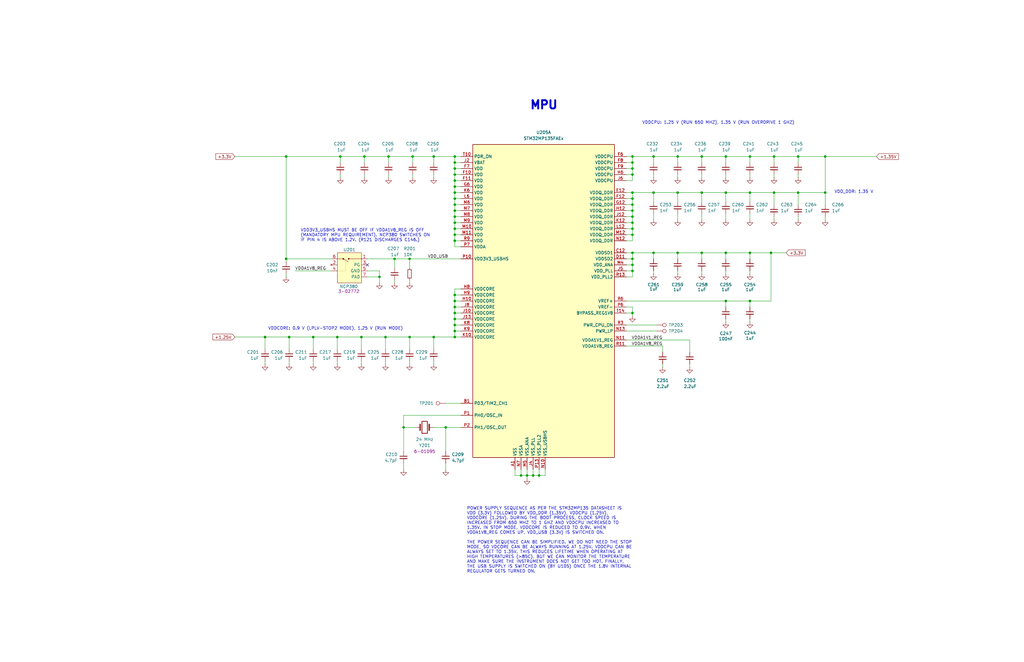
<source format=kicad_sch>
(kicad_sch (version 20231120) (generator "eeschema") (generator_version "8.0")
  (paper "B")
  (title_block (title "${TITLE}") (date "${ISSUE_DATE}") (rev "${REVISION}") (company "${COMPANY}"))
  (lib_symbols
    (symbol "Connector:TestPoint" (pin_numbers hide) (pin_names (offset 0.762) hide)
      (property "Reference" "TP" (at 0 6.858 0))
      (property "Value" "TestPoint" (at 0 5.08 0))
      (symbol "TestPoint_1_1"
        (pin passive line (at 0 0 90) (length 2.54) (name "1") (number "1"))
      )
    )
    (symbol "Device:C_Small" (pin_numbers hide) (pin_names (offset 0.254) hide)
      (property "Reference" "C" (at 0.254 1.778 0))
      (property "Value" "C_Small" (at 0.254 -2.032 0))
      (symbol "C_Small_1_1"
        (pin passive line (at 0 2.54 270) (length 2.032) (name "~") (number "1"))
        (pin passive line (at 0 -2.54 90) (length 2.032) (name "~") (number "2"))
      )
    )
    (symbol "Device:Crystal" (pin_numbers hide) (pin_names (offset 1.016) hide)
      (property "Reference" "Y" (at 0 3.81 0))
      (property "Value" "Crystal" (at 0 -3.81 0))
      (symbol "Crystal_1_1"
        (pin passive line (at -3.81 0 0) (length 1.27) (name "1") (number "1"))
        (pin passive line (at 3.81 0 180) (length 1.27) (name "2") (number "2"))
      )
    )
    (symbol "Device:R_Small" (pin_numbers hide) (pin_names (offset 0.254) hide)
      (property "Reference" "R" (at 0.762 0.508 0))
      (property "Value" "R_Small" (at 0.762 -1.016 0))
      (symbol "R_Small_1_1"
        (pin passive line (at 0 2.54 270) (length 0.762) (name "~") (number "1"))
        (pin passive line (at 0 -2.54 90) (length 0.762) (name "~") (number "2"))
      )
    )
    (symbol "SRS_MPU:STM32MP135FAEx"
      (property "Reference" "U" (at 144.272 -79.502 0))
      (property "Value" "STM32MP135FAEx" (at -44.45 -95.25 0))
      (symbol "STM32MP135FAEx_1_1"
        (pin power_in line (at -15.24 -88.9 90) (length 5.08) (name "VSS") (number "A1"))
        (pin passive line (at -15.24 -88.9 90) (length 5.08) hide (name "VSS") (number "A17"))
        (pin bidirectional line (at -38.1 -60.96 0) (length 5.08) (name "PD3/TIM2_CH1") (number "B1"))
        (pin power_in line (at 31.75 2.54 180) (length 5.08) (name "VDDSD1") (number "C12"))
        (pin passive line (at -15.24 -88.9 90) (length 5.08) hide (name "VSS") (number "C8"))
        (pin power_in line (at 31.75 0 180) (length 5.08) (name "VDDSD2") (number "D11"))
        (pin passive line (at -15.24 -88.9 90) (length 5.08) hide (name "VSS") (number "D12"))
        (pin passive line (at -15.24 -88.9 90) (length 5.08) hide (name "VSS") (number "D3"))
        (pin power_in line (at 31.75 27.94 180) (length 5.08) (name "VDDQ_DDR") (number "E12"))
        (pin passive line (at -15.24 -88.9 90) (length 5.08) hide (name "VSS") (number "E5"))
        (pin power_in line (at -38.1 35.56 0) (length 5.08) (name "VDD") (number "F10"))
        (pin power_in line (at -38.1 33.02 0) (length 5.08) (name "VDD") (number "F11"))
        (pin power_in line (at 31.75 25.4 180) (length 5.08) (name "VDDQ_DDR") (number "F12"))
        (pin passive line (at -15.24 -88.9 90) (length 5.08) hide (name "VSS") (number "F13"))
        (pin passive line (at -15.24 -88.9 90) (length 5.08) hide (name "VSS") (number "F15"))
        (pin power_in line (at 31.75 43.18 180) (length 5.08) (name "VDDCPU") (number "F6"))
        (pin power_in line (at -38.1 38.1 0) (length 5.08) (name "VDD") (number "F7"))
        (pin power_in line (at 31.75 40.64 180) (length 5.08) (name "VDDCPU") (number "F8"))
        (pin power_in line (at 31.75 38.1 180) (length 5.08) (name "VDDCPU") (number "F9"))
        (pin passive line (at -15.24 -88.9 90) (length 5.08) hide (name "VSS") (number "G10"))
        (pin passive line (at -15.24 -88.9 90) (length 5.08) hide (name "VSS") (number "G11"))
        (pin power_in line (at 31.75 22.86 180) (length 5.08) (name "VDDQ_DDR") (number "G12"))
        (pin power_in line (at -38.1 30.48 0) (length 5.08) (name "VDD") (number "G6"))
        (pin passive line (at -15.24 -88.9 90) (length 5.08) hide (name "VSS") (number "G7"))
        (pin passive line (at -15.24 -88.9 90) (length 5.08) hide (name "VSS") (number "G8"))
        (pin passive line (at -15.24 -88.9 90) (length 5.08) hide (name "VSS") (number "G9"))
        (pin power_in line (at -38.1 -17.78 0) (length 5.08) (name "VDDCORE") (number "H10"))
        (pin passive line (at -15.24 -88.9 90) (length 5.08) hide (name "VSS") (number "H11"))
        (pin power_in line (at 31.75 20.32 180) (length 5.08) (name "VDDQ_DDR") (number "H12"))
        (pin passive line (at -15.24 -88.9 90) (length 5.08) hide (name "VSS") (number "H14"))
        (pin power_in line (at 31.75 35.56 180) (length 5.08) (name "VDDCPU") (number "H6"))
        (pin passive line (at -15.24 -88.9 90) (length 5.08) hide (name "VSS") (number "H7"))
        (pin power_in line (at -38.1 -12.7 0) (length 5.08) (name "VDDCORE") (number "H8"))
        (pin power_in line (at -38.1 -15.24 0) (length 5.08) (name "VDDCORE") (number "H9"))
        (pin power_in line (at -38.1 -22.86 0) (length 5.08) (name "VDDCORE") (number "J10"))
        (pin passive line (at -15.24 -88.9 90) (length 5.08) hide (name "VSS") (number "J11"))
        (pin power_in line (at 31.75 17.78 180) (length 5.08) (name "VDDQ_DDR") (number "J12"))
        (pin power_in line (at -38.1 -25.4 0) (length 5.08) (name "VDDCORE") (number "J13"))
        (pin power_in line (at -38.1 40.64 0) (length 5.08) (name "VBAT") (number "J2"))
        (pin power_in line (at -7.62 -88.9 90) (length 5.08) (name "VSS_PLL") (number "J4"))
        (pin power_in line (at 31.75 -5.08 180) (length 5.08) (name "VDD_PLL") (number "J5"))
        (pin power_in line (at 31.75 33.02 180) (length 5.08) (name "VDDCPU") (number "J6"))
        (pin passive line (at -15.24 -88.9 90) (length 5.08) hide (name "VSS") (number "J7"))
        (pin power_in line (at -38.1 -20.32 0) (length 5.08) (name "VDDCORE") (number "J8"))
        (pin passive line (at -15.24 -88.9 90) (length 5.08) hide (name "VSS") (number "J9"))
        (pin power_in line (at -38.1 -33.02 0) (length 5.08) (name "VDDCORE") (number "K10"))
        (pin passive line (at -15.24 -88.9 90) (length 5.08) hide (name "VSS") (number "K11"))
        (pin power_in line (at 31.75 15.24 180) (length 5.08) (name "VDDQ_DDR") (number "K12"))
        (pin passive line (at -15.24 -88.9 90) (length 5.08) hide (name "VSS") (number "K3"))
        (pin power_in line (at -38.1 27.94 0) (length 5.08) (name "VDD") (number "K6"))
        (pin passive line (at -15.24 -88.9 90) (length 5.08) hide (name "VSS") (number "K7"))
        (pin power_in line (at -38.1 -27.94 0) (length 5.08) (name "VDDCORE") (number "K8"))
        (pin power_in line (at -38.1 -30.48 0) (length 5.08) (name "VDDCORE") (number "K9"))
        (pin passive line (at -15.24 -88.9 90) (length 5.08) hide (name "VSS") (number "L10"))
        (pin passive line (at -15.24 -88.9 90) (length 5.08) hide (name "VSS") (number "L11"))
        (pin power_in line (at 31.75 12.7 180) (length 5.08) (name "VDDQ_DDR") (number "L12"))
        (pin power_in line (at -38.1 25.4 0) (length 5.08) (name "VDD") (number "L6"))
        (pin passive line (at -15.24 -88.9 90) (length 5.08) hide (name "VSS") (number "L7"))
        (pin passive line (at -15.24 -88.9 90) (length 5.08) hide (name "VSS") (number "L8"))
        (pin passive line (at -15.24 -88.9 90) (length 5.08) hide (name "VSS") (number "L9"))
        (pin power_in line (at -38.1 12.7 0) (length 5.08) (name "VDD") (number "M10"))
        (pin power_in line (at -38.1 10.16 0) (length 5.08) (name "VDD") (number "M11"))
        (pin power_in line (at 31.75 10.16 180) (length 5.08) (name "VDDQ_DDR") (number "M12"))
        (pin passive line (at -15.24 -88.9 90) (length 5.08) hide (name "VSS") (number "M15"))
        (pin power_in line (at 31.75 -2.54 180) (length 5.08) (name "VDD_ANA") (number "M4"))
        (pin power_in line (at -10.16 -88.9 90) (length 5.08) (name "VSS_ANA") (number "M5"))
        (pin power_in line (at -38.1 22.86 0) (length 5.08) (name "VDD") (number "M6"))
        (pin power_in line (at -38.1 20.32 0) (length 5.08) (name "VDD") (number "M7"))
        (pin power_in line (at -38.1 17.78 0) (length 5.08) (name "VDD") (number "M8"))
        (pin power_in line (at -38.1 15.24 0) (length 5.08) (name "VDD") (number "M9"))
        (pin power_in line (at -2.54 -88.9 90) (length 5.08) (name "VSS_USBHS") (number "N10"))
        (pin power_in line (at 31.75 -34.29 180) (length 5.08) (name "VDDA1V1_REG") (number "N11"))
        (pin power_in line (at 31.75 7.62 180) (length 5.08) (name "VDDQ_DDR") (number "N12"))
        (pin output line (at 31.75 -30.48 180) (length 5.08) (name "PWR_LP") (number "N13"))
        (pin passive line (at -15.24 -88.9 90) (length 5.08) hide (name "VSS") (number "N4"))
        (pin power_in line (at -12.7 -88.9 90) (length 5.08) (name "VSSA") (number "N7"))
        (pin bidirectional line (at -38.1 -66.04 0) (length 5.08) (name "PH0/OSC_IN") (number "P1"))
        (pin power_in line (at -38.1 0 0) (length 5.08) (name "VDD3V3_USBHS") (number "P10"))
        (pin passive line (at -15.24 -88.9 90) (length 5.08) hide (name "VSS") (number "P11"))
        (pin power_in line (at -5.08 -88.9 90) (length 5.08) (name "VSS_PLL2") (number "P13"))
        (pin bidirectional line (at -38.1 -71.12 0) (length 5.08) (name "PH1/OSC_OUT") (number "P2"))
        (pin input line (at 31.75 -20.32 180) (length 5.08) (name "VREF-") (number "P6"))
        (pin power_in line (at -38.1 5.08 0) (length 5.08) (name "VDDA") (number "P7"))
        (pin power_in line (at 31.75 -36.83 180) (length 5.08) (name "VDDA1V8_REG") (number "R11"))
        (pin power_in line (at 31.75 -7.62 180) (length 5.08) (name "VDD_PLL2") (number "R13"))
        (pin output line (at 31.75 -27.94 180) (length 5.08) (name "PWR_CPU_ON") (number "R3"))
        (pin passive line (at -15.24 -88.9 90) (length 5.08) hide (name "VSS") (number "R5"))
        (pin input line (at 31.75 -17.78 180) (length 5.08) (name "VREF+") (number "R6"))
        (pin passive line (at -15.24 -88.9 90) (length 5.08) hide (name "VSS") (number "R8"))
        (pin power_in line (at -38.1 7.62 0) (length 5.08) (name "VDD") (number "R9"))
        (pin bidirectional line (at -38.1 43.18 0) (length 5.08) (name "PDR_ON") (number "T10"))
        (pin bidirectional line (at 31.75 -22.86 180) (length 5.08) (name "BYPASS_REG1V8") (number "T14"))
        (pin passive line (at -15.24 -88.9 90) (length 5.08) hide (name "VSS") (number "U1"))
        (pin passive line (at -15.24 -88.9 90) (length 5.08) hide (name "VSS") (number "U17"))
      )
      (symbol "STM32MP135FAEx_2_1"
        (pin bidirectional line (at 12.7 86.36 180) (length 5.08) (name "PA9/FMC_NWAIT") (number "A2"))
        (pin bidirectional line (at 12.7 73.66 180) (length 5.08) (name "PE7/FMC_D4") (number "A5"))
        (pin bidirectional line (at 12.7 88.9 180) (length 5.08) (name "PD5/FMC_NWE") (number "A6"))
        (pin bidirectional line (at 12.7 71.12 180) (length 5.08) (name "PE8/FMC_D5") (number "A7"))
        (pin bidirectional line (at -41.91 12.7 0) (length 5.08) (name "DDR_DQ4") (number "B16"))
        (pin bidirectional line (at -41.91 22.86 0) (length 5.08) (name "DDR_DQ0") (number "B17"))
        (pin bidirectional line (at 12.7 83.82 180) (length 5.08) (name "PD14/FMC_D0") (number "B3"))
        (pin bidirectional line (at 12.7 68.58 180) (length 5.08) (name "PE9/FMC_D6") (number "B6"))
        (pin bidirectional line (at 12.7 66.04 180) (length 5.08) (name "PE10/FMC_D7") (number "B8"))
        (pin bidirectional line (at -41.91 20.32 0) (length 5.08) (name "DDR_DQ1") (number "C15"))
        (pin bidirectional line (at -41.91 35.56 0) (length 5.08) (name "DDR_DQS0N") (number "C16"))
        (pin bidirectional line (at -41.91 33.02 0) (length 5.08) (name "DDR_DQS0P") (number "C17"))
        (pin bidirectional line (at 12.7 96.52 180) (length 5.08) (name "PD12/FMC_ALE") (number "C6"))
        (pin bidirectional line (at 12.7 81.28 180) (length 5.08) (name "PD15/FMC_D1") (number "C7"))
        (pin bidirectional line (at -41.91 43.18 0) (length 5.08) (name "DDR_DQM0") (number "D15"))
        (pin bidirectional line (at -41.91 10.16 0) (length 5.08) (name "DDR_DQ5") (number "D16"))
        (pin bidirectional line (at -41.91 15.24 0) (length 5.08) (name "DDR_DQ3") (number "D17"))
        (pin bidirectional line (at 12.7 76.2 180) (length 5.08) (name "PD1/FMC_D3") (number "D5"))
        (pin bidirectional line (at 12.7 99.06 180) (length 5.08) (name "PG9/FMC_NCE") (number "E1"))
        (pin bidirectional line (at -41.91 17.78 0) (length 5.08) (name "DDR_DQ2") (number "E13"))
        (pin bidirectional line (at -41.91 7.62 0) (length 5.08) (name "DDR_DQ6") (number "E14"))
        (pin bidirectional line (at -41.91 5.08 0) (length 5.08) (name "DDR_DQ7") (number "E15"))
        (pin bidirectional line (at -41.91 76.2 0) (length 5.08) (name "DDR_A5") (number "E16"))
        (pin bidirectional line (at -41.91 -43.18 0) (length 5.08) (name "DDR_RESETN") (number "E17"))
        (pin bidirectional line (at 12.7 93.98 180) (length 5.08) (name "PD11/FMC_CLE") (number "E2"))
        (pin bidirectional line (at 12.7 78.74 180) (length 5.08) (name "PD0/FMC_D2") (number "E4"))
        (pin bidirectional line (at 12.7 91.44 180) (length 5.08) (name "PD4/FMC_NOE") (number "E7"))
        (pin bidirectional line (at -41.91 55.88 0) (length 5.08) (name "DDR_A13") (number "F14"))
        (pin bidirectional line (at -41.91 66.04 0) (length 5.08) (name "DDR_A9") (number "F16"))
        (pin bidirectional line (at -41.91 83.82 0) (length 5.08) (name "DDR_A2") (number "F17"))
        (pin bidirectional line (at -41.91 93.98 0) (length 5.08) (name "DDR_BA2") (number "G13"))
        (pin bidirectional line (at -41.91 71.12 0) (length 5.08) (name "DDR_A7") (number "G14"))
        (pin bidirectional line (at -41.91 81.28 0) (length 5.08) (name "DDR_A3") (number "G15"))
        (pin bidirectional line (at -41.91 88.9 0) (length 5.08) (name "DDR_A0") (number "G16"))
        (pin bidirectional line (at -41.91 99.06 0) (length 5.08) (name "DDR_BA0") (number "G17"))
        (pin bidirectional line (at -41.91 -45.72 0) (length 5.08) (name "DDR_WEN") (number "H13"))
        (pin bidirectional line (at -41.91 -38.1 0) (length 5.08) (name "DDR_ODT") (number "H15"))
        (pin bidirectional line (at -41.91 -30.48 0) (length 5.08) (name "DDR_CSN") (number "H16"))
        (pin bidirectional line (at -41.91 -40.64 0) (length 5.08) (name "DDR_RASN") (number "H17"))
        (pin bidirectional line (at -41.91 63.5 0) (length 5.08) (name "DDR_A10") (number "J14"))
        (pin bidirectional line (at -41.91 -20.32 0) (length 5.08) (name "DDR_CASN") (number "J15"))
        (pin bidirectional line (at -41.91 -27.94 0) (length 5.08) (name "DDR_CLKP") (number "J16"))
        (pin bidirectional line (at -41.91 -25.4 0) (length 5.08) (name "DDR_CLKN") (number "J17"))
        (pin bidirectional line (at -41.91 60.96 0) (length 5.08) (name "DDR_A11") (number "K13"))
        (pin bidirectional line (at -41.91 -22.86 0) (length 5.08) (name "DDR_CKE") (number "K14"))
        (pin bidirectional line (at -41.91 86.36 0) (length 5.08) (name "DDR_A1") (number "K15"))
        (pin bidirectional line (at -41.91 50.8 0) (length 5.08) (name "DDR_A15") (number "K16"))
        (pin bidirectional line (at -41.91 58.42 0) (length 5.08) (name "DDR_A12") (number "K17"))
        (pin bidirectional line (at -41.91 48.26 0) (length 5.08) (name "DDR_ATO") (number "L13"))
        (pin bidirectional line (at -41.91 -33.02 0) (length 5.08) (name "DDR_DTO0") (number "L14"))
        (pin bidirectional line (at -41.91 68.58 0) (length 5.08) (name "DDR_A8") (number "L15"))
        (pin bidirectional line (at -41.91 96.52 0) (length 5.08) (name "DDR_BA1") (number "L16"))
        (pin bidirectional line (at -41.91 53.34 0) (length 5.08) (name "DDR_A14") (number "L17"))
        (pin bidirectional line (at -41.91 -48.26 0) (length 5.08) (name "DDR_VREF") (number "M13"))
        (pin bidirectional line (at -41.91 78.74 0) (length 5.08) (name "DDR_A4") (number "M14"))
        (pin bidirectional line (at -41.91 -35.56 0) (length 5.08) (name "DDR_DTO1") (number "M16"))
        (pin bidirectional line (at -41.91 73.66 0) (length 5.08) (name "DDR_A6") (number "M17"))
        (pin bidirectional line (at -41.91 40.64 0) (length 5.08) (name "DDR_DQM1") (number "N14"))
        (pin bidirectional line (at -41.91 -2.54 0) (length 5.08) (name "DDR_DQ10") (number "N15"))
        (pin bidirectional line (at -41.91 2.54 0) (length 5.08) (name "DDR_DQ8") (number "N16"))
        (pin bidirectional line (at -41.91 -50.8 0) (length 5.08) (name "DDR_ZQ") (number "N17"))
        (pin bidirectional line (at 12.7 -26.67 180) (length 5.08) (name "PI5/BOOT1") (number "P12"))
        (pin output line (at 12.7 59.69 180) (length 5.08) (name "PWR_ON") (number "P14"))
        (pin bidirectional line (at -41.91 -5.08 0) (length 5.08) (name "DDR_DQ11") (number "P15"))
        (pin bidirectional line (at -41.91 -10.16 0) (length 5.08) (name "DDR_DQ13") (number "P16"))
        (pin bidirectional line (at -41.91 0 0) (length 5.08) (name "DDR_DQ9") (number "P17"))
        (pin bidirectional line (at 12.7 -24.13 180) (length 5.08) (name "PI6/BOOT2") (number "R12"))
        (pin bidirectional line (at -41.91 -7.62 0) (length 5.08) (name "DDR_DQ12") (number "R15"))
        (pin bidirectional line (at -41.91 30.48 0) (length 5.08) (name "DDR_DQS1N") (number "R16"))
        (pin bidirectional line (at -41.91 27.94 0) (length 5.08) (name "DDR_DQS1P") (number "R17"))
        (pin bidirectional line (at -41.91 -15.24 0) (length 5.08) (name "DDR_DQ15") (number "T16"))
        (pin bidirectional line (at -41.91 -12.7 0) (length 5.08) (name "DDR_DQ14") (number "T17"))
        (pin input line (at 12.7 50.8 180) (length 5.08) (name "NRST") (number "U10"))
        (pin bidirectional line (at 12.7 -29.21 180) (length 5.08) (name "PI4/BOOT0") (number "U14"))
      )
      (symbol "STM32MP135FAEx_3_1"
        (pin bidirectional line (at -58.42 -35.56 0) (length 5.08) (name "PH13/I2C5_SCL") (number "A10"))
        (pin bidirectional line (at -58.42 53.34 0) (length 5.08) (name "PC7/LCD_G6") (number "A11"))
        (pin bidirectional line (at -58.42 15.24 0) (length 5.08) (name "PB9/LCD_DE") (number "A12"))
        (pin bidirectional line (at -58.42 71.12 0) (length 5.08) (name "PG6/LCD_R7") (number "A14"))
        (pin bidirectional line (at -58.42 -45.72 0) (length 5.08) (name "PD2") (number "A15"))
        (pin bidirectional line (at -58.42 38.1 0) (length 5.08) (name "PC9/LCD_B4") (number "A16"))
        (pin bidirectional line (at -58.42 55.88 0) (length 5.08) (name "PD10/LCD_G5") (number "A3"))
        (pin bidirectional line (at -58.42 17.78 0) (length 5.08) (name "PG4/LCD_VSYNC") (number "A8"))
        (pin bidirectional line (at -58.42 35.56 0) (length 5.08) (name "PH9/LCD_B5") (number "A9"))
        (pin bidirectional line (at -58.42 60.96 0) (length 5.08) (name "PF3/LCD_G3") (number "B10"))
        (pin bidirectional line (at -58.42 20.32 0) (length 5.08) (name "PC6/LCD_HSYNC") (number "B11"))
        (pin bidirectional line (at -58.42 25.4 0) (length 5.08) (name "PB15/LCD_CLK") (number "B12"))
        (pin bidirectional line (at -58.42 33.02 0) (length 5.08) (name "PB4/LCD_B6") (number "B13"))
        (pin bidirectional line (at -58.42 76.2 0) (length 5.08) (name "PF5/LCD_R5") (number "B2"))
        (pin bidirectional line (at -58.42 83.82 0) (length 5.08) (name "PE12/TIM1_CH3N") (number "B4"))
        (pin bidirectional line (at -58.42 -43.18 0) (length 5.08) (name "PH14") (number "B7"))
        (pin bidirectional line (at -58.42 30.48 0) (length 5.08) (name "PF1/LCD_B7") (number "B9"))
        (pin bidirectional line (at -58.42 73.66 0) (length 5.08) (name "PF0/LCD_R6") (number "C13"))
        (pin bidirectional line (at -58.42 -38.1 0) (length 5.08) (name "PE13/I2C5_SDA") (number "C4"))
        (pin bidirectional line (at -58.42 -69.85 0) (length 5.08) (name "PD8/UART4_RX(boot)") (number "C5"))
        (pin bidirectional line (at -58.42 78.74 0) (length 5.08) (name "PE3/LCD_R4") (number "D13"))
        (pin bidirectional line (at -58.42 50.8 0) (length 5.08) (name "PC8/LCD_G7") (number "D14"))
        (pin bidirectional line (at -58.42 -72.39 0) (length 5.08) (name "PD6/UART4_TX(boot)") (number "D2"))
        (pin bidirectional line (at -58.42 81.28 0) (length 5.08) (name "PB12/R3") (number "D9"))
        (pin bidirectional line (at -58.42 40.64 0) (length 5.08) (name "PF2/LCD_B3") (number "E9"))
        (pin bidirectional line (at -58.42 58.42 0) (length 5.08) (name "PG5/LCD_G4") (number "F2"))
        (pin bidirectional line (at -58.42 22.86 0) (length 5.08) (name "PE2") (number "L1"))
        (pin bidirectional line (at 12.7 64.77 180) (length 5.08) (name "PG3/ETH1_MDIO") (number "L5"))
        (pin bidirectional line (at -58.42 63.5 0) (length 5.08) (name "PF7/LCD_G2") (number "M1"))
        (pin bidirectional line (at 12.7 77.47 180) (length 5.08) (name "PB11/ETH1_TX_EN") (number "N5"))
        (pin bidirectional line (at 12.7 -63.5 180) (length 5.08) (name "NJTRST") (number "N9"))
        (pin bidirectional line (at 12.7 -50.8 180) (length 5.08) (name "PA13") (number "P3"))
        (pin bidirectional line (at 12.7 -53.34 180) (length 5.08) (name "PF14/JTCK") (number "P4"))
        (pin bidirectional line (at 12.7 16.51 180) (length 5.08) (name "PA2/ADC1_INP1") (number "P5"))
        (pin bidirectional line (at 12.7 82.55 180) (length 5.08) (name "PG13/ETH1_TXD0") (number "P8"))
        (pin bidirectional line (at 12.7 80.01 180) (length 5.08) (name "PG14/ETH1_TXD1") (number "P9"))
        (pin bidirectional line (at 12.7 62.23 180) (length 5.08) (name "PG2/ETH1_MDC") (number "R1"))
        (pin bidirectional line (at 12.7 -55.88 180) (length 5.08) (name "PF15/JTMS") (number "R10"))
        (pin bidirectional line (at 12.7 -60.96 180) (length 5.08) (name "PH5/JTDO") (number "R14"))
        (pin bidirectional line (at 12.7 72.39 180) (length 5.08) (name "PC5/ETH1_RXD1") (number "R7"))
        (pin bidirectional line (at 12.7 54.61 180) (length 5.08) (name "PG12/ETH1_PHY_INTN") (number "T1"))
        (pin bidirectional line (at 12.7 -6.35 180) (length 5.08) (name "USBH_HS_DP2(boot)/OTG_HS_DP") (number "T11"))
        (pin bidirectional line (at 12.7 11.43 180) (length 5.08) (name "USB_DP1") (number "T13"))
        (pin bidirectional line (at 12.7 -58.42 180) (length 5.08) (name "PH4/JTDI") (number "T15"))
        (pin bidirectional line (at 12.7 49.53 180) (length 5.08) (name "PA11/ETH1_CLK") (number "T2"))
        (pin bidirectional line (at 12.7 -8.89 180) (length 5.08) (name "USBH_HS_DM2(boot)/OTG_HS_DM") (number "U11"))
        (pin bidirectional line (at 12.7 13.97 180) (length 5.08) (name "USB_RREF") (number "U12"))
        (pin bidirectional line (at 12.7 8.89 180) (length 5.08) (name "USB_DM1") (number "U13"))
        (pin bidirectional line (at 12.7 67.31 180) (length 5.08) (name "PA7/ETH1_CRS_DV") (number "U2"))
        (pin bidirectional line (at 12.7 57.15 180) (length 5.08) (name "PA0") (number "U3"))
        (pin bidirectional line (at 12.7 74.93 180) (length 5.08) (name "PC4/ETH1_RXD0") (number "U6"))
      )
      (symbol "STM32MP135FAEx_4_1"
        (pin bidirectional line (at -38.1 19.05 0) (length 5.08) (name "PB14/USART1_TX") (number "A13"))
        (pin bidirectional line (at -38.1 8.89 0) (length 5.08) (name "PB7") (number "A4"))
        (pin bidirectional line (at 33.02 29.21 180) (length 5.08) (name "PC10") (number "B14"))
        (pin bidirectional line (at -38.1 29.21 0) (length 5.08) (name "PC12/UART7_TX") (number "B15"))
        (pin bidirectional line (at -38.1 24.13 0) (length 5.08) (name "PE1/UART8_TX") (number "B5"))
        (pin bidirectional line (at -38.1 6.35 0) (length 5.08) (name "PB6/QUADSPI_BK1_NCS") (number "C1"))
        (pin bidirectional line (at -38.1 36.83 0) (length 5.08) (name "PB5/UART5_RX") (number "C10"))
        (pin bidirectional line (at -38.1 31.75 0) (length 5.08) (name "PB3/UART7_RX") (number "C11"))
        (pin bidirectional line (at 33.02 26.67 180) (length 5.08) (name "PC11") (number "C14"))
        (pin bidirectional line (at 33.02 -24.13 180) (length 5.08) (name "PH12") (number "C2"))
        (pin bidirectional line (at 33.02 -1.27 180) (length 5.08) (name "PE14") (number "C3"))
        (pin bidirectional line (at 33.02 -19.05 180) (length 5.08) (name "PG7") (number "C9"))
        (pin bidirectional line (at -38.1 -8.89 0) (length 5.08) (name "PB8") (number "D1"))
        (pin bidirectional line (at -38.1 -11.43 0) (length 5.08) (name "PB10") (number "D10"))
        (pin bidirectional line (at 33.02 1.27 180) (length 5.08) (name "PE11") (number "D4"))
        (pin bidirectional line (at -38.1 26.67 0) (length 5.08) (name "PE0/UART8_RX") (number "D6"))
        (pin bidirectional line (at 33.02 -13.97 180) (length 5.08) (name "PG0") (number "D7"))
        (pin bidirectional line (at 33.02 -3.81 180) (length 5.08) (name "PE15") (number "D8"))
        (pin bidirectional line (at -38.1 34.29 0) (length 5.08) (name "PB13/UART5_TX") (number "E10"))
        (pin bidirectional line (at 33.02 -29.21 180) (length 5.08) (name "PH10") (number "E11"))
        (pin bidirectional line (at 33.02 8.89 180) (length 5.08) (name "PA12") (number "E3"))
        (pin bidirectional line (at -38.1 -21.59 0) (length 5.08) (name "PA15") (number "E6"))
        (pin bidirectional line (at 33.02 34.29 180) (length 5.08) (name "PD9") (number "E8"))
        (pin bidirectional line (at 33.02 -21.59 180) (length 5.08) (name "PG10") (number "F1"))
        (pin bidirectional line (at -38.1 -6.35 0) (length 5.08) (name "PG8/QUADQPI_BK1_IO3") (number "F3"))
        (pin bidirectional line (at -38.1 -30.48 0) (length 5.08) (name "PH2") (number "F4"))
        (pin bidirectional line (at 33.02 -31.75 180) (length 5.08) (name "PH8") (number "F5"))
        (pin bidirectional line (at -38.1 -1.27 0) (length 5.08) (name "PF9/QUADSPI_BK1_IO1") (number "G1"))
        (pin bidirectional line (at -38.1 -3.81 0) (length 5.08) (name "PF6/QUADSPI_BK1_IO2") (number "G2"))
        (pin bidirectional line (at -38.1 3.81 0) (length 5.08) (name "PF10/QUADSPI_CLK") (number "G3"))
        (pin bidirectional line (at -38.1 -45.72 0) (length 5.08) (name "PG15") (number "G4"))
        (pin bidirectional line (at -38.1 1.27 0) (length 5.08) (name "PF8/QUADSPI_BK1_IO0") (number "G5"))
        (pin bidirectional line (at 33.02 -26.67 180) (length 5.08) (name "PH11") (number "H1"))
        (pin bidirectional line (at -38.1 -35.56 0) (length 5.08) (name "PI3") (number "H2"))
        (pin bidirectional line (at 33.02 -34.29 180) (length 5.08) (name "PH7") (number "H3"))
        (pin bidirectional line (at -38.1 13.97 0) (length 5.08) (name "PB2") (number "H4"))
        (pin bidirectional line (at -38.1 16.51 0) (length 5.08) (name "PE4") (number "H5"))
        (pin bidirectional line (at -38.1 21.59 0) (length 5.08) (name "PD13/USART1_RX") (number "J1"))
        (pin bidirectional line (at -38.1 -38.1 0) (length 5.08) (name "PI2") (number "J3"))
        (pin bidirectional line (at 33.02 41.91 180) (length 5.08) (name "PC14") (number "K1"))
        (pin bidirectional line (at 33.02 39.37 180) (length 5.08) (name "PC15") (number "K2"))
        (pin bidirectional line (at 33.02 44.45 180) (length 5.08) (name "PC13") (number "K4"))
        (pin bidirectional line (at -38.1 -40.64 0) (length 5.08) (name "PI1") (number "K5"))
        (pin bidirectional line (at 33.02 -6.35 180) (length 5.08) (name "PF4") (number "L2"))
        (pin bidirectional line (at 33.02 -36.83 180) (length 5.08) (name "PH6") (number "L3"))
        (pin bidirectional line (at -38.1 -43.18 0) (length 5.08) (name "PI0") (number "L4"))
        (pin bidirectional line (at 33.02 13.97 180) (length 5.08) (name "PA8") (number "M2"))
        (pin bidirectional line (at -38.1 -48.26 0) (length 5.08) (name "PG11") (number "M3"))
        (pin bidirectional line (at 33.02 3.81 180) (length 5.08) (name "PE6") (number "N1"))
        (pin bidirectional line (at 33.02 -16.51 180) (length 5.08) (name "PG1") (number "N2"))
        (pin bidirectional line (at 33.02 36.83 180) (length 5.08) (name "PD7") (number "N3"))
        (pin bidirectional line (at 33.02 -11.43 180) (length 5.08) (name "PF13") (number "N6"))
        (pin bidirectional line (at -38.1 46.99 0) (length 5.08) (name "PA3/SPI1_MOSI") (number "N8"))
        (pin bidirectional line (at -38.1 -27.94 0) (length 5.08) (name "PH3") (number "R2"))
        (pin bidirectional line (at 33.02 24.13 180) (length 5.08) (name "PA1") (number "R4"))
        (pin bidirectional line (at -38.1 -13.97 0) (length 5.08) (name "PA14") (number "T12"))
        (pin bidirectional line (at -38.1 -16.51 0) (length 5.08) (name "PC0") (number "T3"))
        (pin bidirectional line (at -38.1 39.37 0) (length 5.08) (name "PF12/SPI1_NSS") (number "T4"))
        (pin bidirectional line (at -38.1 41.91 0) (length 5.08) (name "PC3/SPI1_MISO") (number "T5"))
        (pin bidirectional line (at 33.02 -8.89 180) (length 5.08) (name "PF11") (number "T6"))
        (pin bidirectional line (at -38.1 44.45 0) (length 5.08) (name "PB1/SPI1_SCK") (number "T7"))
        (pin bidirectional line (at 33.02 16.51 180) (length 5.08) (name "PA6") (number "T8"))
        (pin bidirectional line (at 33.02 6.35 180) (length 5.08) (name "PE5") (number "T9"))
        (pin bidirectional line (at 33.02 11.43 180) (length 5.08) (name "PA10") (number "U15"))
        (pin bidirectional line (at -38.1 -33.02 0) (length 5.08) (name "PI7") (number "U16"))
        (pin bidirectional line (at 33.02 19.05 180) (length 5.08) (name "PA5") (number "U4"))
        (pin bidirectional line (at 33.02 21.59 180) (length 5.08) (name "PA4") (number "U5"))
        (pin bidirectional line (at -38.1 11.43 0) (length 5.08) (name "PB0") (number "U7"))
        (pin bidirectional line (at -38.1 -19.05 0) (length 5.08) (name "PC1") (number "U8"))
        (pin bidirectional line (at 33.02 31.75 180) (length 5.08) (name "PC2") (number "U9"))
      )
    )
    (symbol "SRS_switches:NCP380"
      (property "Reference" "U" (at 4.826 1.27 0))
      (property "Value" "NCP380HMU05AATBG" (at 5.08 -14.224 0))
      (property "SRS" "3-02772" (at 4.826 -16.51 0))
      (symbol "NCP380_1_1"
        (pin output line (at 12.7 -2.54 180) (length 2.54) (name "") (number "1"))
        (pin no_connect line (at -2.54 -5.08 0) (length 2.54) (name "") (number "2"))
        (pin input line (at 12.7 -5.08 180) (length 2.54) (name "PG") (number "3"))
        (pin input line (at -2.54 -7.62 0) (length 2.54) (name "") (number "4"))
        (pin input line (at 12.7 -7.62 180) (length 2.54) (name "GND") (number "5"))
        (pin input line (at -2.54 -2.54 0) (length 2.54) (name "") (number "6"))
        (pin input line (at 12.7 -10.16 180) (length 2.54) (name "PAD") (number "7"))
      )
    )
    (symbol "power:GND" (power) (pin_numbers hide) (pin_names (offset 0) hide)
      (property "Value" "GND" (at 0 -3.81 0))
      (symbol "GND_1_1"
        (pin power_in line (at 0 0 270) (length 0) (name "~") (number "1"))
      )
    )
  )
  (junction (at 191.77 73.66))
  (junction (at 316.23 106.68))
  (junction (at 275.59 106.68))
  (junction (at 295.91 106.68))
  (junction (at 266.7 109.22))
  (junction (at 143.51 66.04))
  (junction (at 152.4 142.24))
  (junction (at 191.77 96.52))
  (junction (at 191.77 71.12))
  (junction (at 266.7 132.08))
  (junction (at 316.23 66.04))
  (junction (at 306.07 81.28))
  (junction (at 266.7 81.28))
  (junction (at 182.88 66.04))
  (junction (at 219.71 200.66))
  (junction (at 142.24 142.24))
  (junction (at 326.39 81.28))
  (junction (at 191.77 78.74))
  (junction (at 132.08 142.24))
  (junction (at 153.67 66.04))
  (junction (at 191.77 127))
  (junction (at 275.59 81.28))
  (junction (at 347.98 66.04))
  (junction (at 227.33 200.66))
  (junction (at 306.07 127))
  (junction (at 266.7 111.76))
  (junction (at 326.39 66.04))
  (junction (at 285.75 106.68))
  (junction (at 162.56 142.24))
  (junction (at 160.02 116.84))
  (junction (at 191.77 99.06))
  (junction (at 295.91 81.28))
  (junction (at 222.25 200.66))
  (junction (at 191.77 81.28))
  (junction (at 316.23 81.28))
  (junction (at 266.7 68.58))
  (junction (at 266.7 106.68))
  (junction (at 266.7 83.82))
  (junction (at 306.07 106.68))
  (junction (at 275.59 66.04))
  (junction (at 266.7 66.04))
  (junction (at 173.99 66.04))
  (junction (at 266.7 114.3))
  (junction (at 266.7 96.52))
  (junction (at 266.7 88.9))
  (junction (at 325.12 106.68))
  (junction (at 191.77 139.7))
  (junction (at 191.77 137.16))
  (junction (at 266.7 93.98))
  (junction (at 224.79 200.66))
  (junction (at 120.65 66.04))
  (junction (at 191.77 129.54))
  (junction (at 170.18 180.34))
  (junction (at 166.37 109.22))
  (junction (at 182.88 142.24))
  (junction (at 191.77 134.62))
  (junction (at 266.7 71.12))
  (junction (at 347.98 81.28))
  (junction (at 191.77 68.58))
  (junction (at 172.72 109.22))
  (junction (at 191.77 83.82))
  (junction (at 191.77 132.08))
  (junction (at 285.75 66.04))
  (junction (at 191.77 142.24))
  (junction (at 336.55 81.28))
  (junction (at 191.77 91.44))
  (junction (at 191.77 124.46))
  (junction (at 172.72 142.24))
  (junction (at 191.77 93.98))
  (junction (at 163.83 66.04))
  (junction (at 266.7 99.06))
  (junction (at 266.7 86.36))
  (junction (at 285.75 81.28))
  (junction (at 191.77 66.04))
  (junction (at 191.77 86.36))
  (junction (at 266.7 91.44))
  (junction (at 306.07 66.04))
  (junction (at 191.77 76.2))
  (junction (at 191.77 88.9))
  (junction (at 111.76 142.24))
  (junction (at 121.92 142.24))
  (junction (at 191.77 101.6))
  (junction (at 295.91 66.04))
  (junction (at 187.96 180.34))
  (junction (at 336.55 66.04))
  (junction (at 316.23 127))
  (junction (at 120.65 109.22))
  (junction (at 266.7 73.66))
  (no_connect (at 154.94 111.76))
  (wire (pts (xy 120.65 66.04) (xy 120.65 109.22)))
  (wire (pts (xy 264.16 68.58) (xy 266.7 68.58)))
  (wire (pts (xy 187.96 170.18) (xy 194.31 170.18)))
  (wire (pts (xy 316.23 127) (xy 316.23 129.54)))
  (wire (pts (xy 166.37 118.11) (xy 166.37 119.38)))
  (wire (pts (xy 163.83 74.93) (xy 163.83 73.66)))
  (wire (pts (xy 316.23 135.89) (xy 316.23 134.62)))
  (wire (pts (xy 191.77 66.04) (xy 191.77 68.58)))
  (wire (pts (xy 219.71 198.12) (xy 219.71 200.66)))
  (wire (pts (xy 347.98 81.28) (xy 347.98 86.36)))
  (wire (pts (xy 295.91 90.17) (xy 295.91 92.71)))
  (wire (pts (xy 285.75 81.28) (xy 295.91 81.28)))
  (wire (pts (xy 194.31 180.34) (xy 187.96 180.34)))
  (wire (pts (xy 279.4 146.05) (xy 279.4 148.59)))
  (wire (pts (xy 182.88 74.93) (xy 182.88 73.66)))
  (wire (pts (xy 191.77 71.12) (xy 191.77 73.66)))
  (wire (pts (xy 191.77 88.9) (xy 194.31 88.9)))
  (wire (pts (xy 264.16 109.22) (xy 266.7 109.22)))
  (wire (pts (xy 124.46 114.3) (xy 139.7 114.3)))
  (wire (pts (xy 170.18 180.34) (xy 170.18 190.5)))
  (wire (pts (xy 191.77 76.2) (xy 194.31 76.2)))
  (wire (pts (xy 306.07 81.28) (xy 306.07 85.09)))
  (wire (pts (xy 275.59 106.68) (xy 275.59 109.22)))
  (wire (pts (xy 326.39 66.04) (xy 326.39 68.58)))
  (wire (pts (xy 336.55 66.04) (xy 347.98 66.04)))
  (wire (pts (xy 266.7 99.06) (xy 266.7 96.52)))
  (wire (pts (xy 191.77 78.74) (xy 194.31 78.74)))
  (wire (pts (xy 306.07 66.04) (xy 316.23 66.04)))
  (wire (pts (xy 266.7 101.6) (xy 266.7 99.06)))
  (wire (pts (xy 153.67 66.04) (xy 153.67 68.58)))
  (wire (pts (xy 306.07 127) (xy 316.23 127)))
  (wire (pts (xy 264.16 86.36) (xy 266.7 86.36)))
  (wire (pts (xy 191.77 101.6) (xy 194.31 101.6)))
  (wire (pts (xy 132.08 142.24) (xy 142.24 142.24)))
  (wire (pts (xy 285.75 81.28) (xy 285.75 85.09)))
  (wire (pts (xy 191.77 78.74) (xy 191.77 81.28)))
  (wire (pts (xy 264.16 83.82) (xy 266.7 83.82)))
  (wire (pts (xy 336.55 66.04) (xy 336.55 68.58)))
  (wire (pts (xy 191.77 81.28) (xy 191.77 83.82)))
  (wire (pts (xy 306.07 106.68) (xy 306.07 109.22)))
  (wire (pts (xy 295.91 115.57) (xy 295.91 114.3)))
  (wire (pts (xy 264.16 76.2) (xy 266.7 76.2)))
  (wire (pts (xy 290.83 143.51) (xy 264.16 143.51)))
  (wire (pts (xy 191.77 99.06) (xy 194.31 99.06)))
  (wire (pts (xy 264.16 91.44) (xy 266.7 91.44)))
  (wire (pts (xy 227.33 198.12) (xy 227.33 200.66)))
  (wire (pts (xy 295.91 66.04) (xy 295.91 68.58)))
  (wire (pts (xy 182.88 66.04) (xy 182.88 68.58)))
  (wire (pts (xy 285.75 90.17) (xy 285.75 92.71)))
  (wire (pts (xy 285.75 66.04) (xy 295.91 66.04)))
  (wire (pts (xy 191.77 134.62) (xy 194.31 134.62)))
  (wire (pts (xy 182.88 142.24) (xy 182.88 147.32)))
  (wire (pts (xy 170.18 175.26) (xy 170.18 180.34)))
  (wire (pts (xy 191.77 96.52) (xy 191.77 99.06)))
  (wire (pts (xy 160.02 116.84) (xy 160.02 119.38)))
  (wire (pts (xy 275.59 81.28) (xy 275.59 85.09)))
  (wire (pts (xy 142.24 142.24) (xy 142.24 147.32)))
  (wire (pts (xy 275.59 66.04) (xy 275.59 68.58)))
  (wire (pts (xy 316.23 66.04) (xy 326.39 66.04)))
  (wire (pts (xy 275.59 66.04) (xy 285.75 66.04)))
  (wire (pts (xy 172.72 118.11) (xy 172.72 119.38)))
  (wire (pts (xy 191.77 71.12) (xy 194.31 71.12)))
  (wire (pts (xy 264.16 106.68) (xy 266.7 106.68)))
  (wire (pts (xy 191.77 137.16) (xy 194.31 137.16)))
  (wire (pts (xy 121.92 142.24) (xy 132.08 142.24)))
  (wire (pts (xy 275.59 73.66) (xy 275.59 74.93)))
  (wire (pts (xy 316.23 106.68) (xy 316.23 109.22)))
  (wire (pts (xy 191.77 81.28) (xy 194.31 81.28)))
  (wire (pts (xy 266.7 71.12) (xy 266.7 73.66)))
  (wire (pts (xy 191.77 142.24) (xy 194.31 142.24)))
  (wire (pts (xy 143.51 66.04) (xy 143.51 68.58)))
  (wire (pts (xy 316.23 127) (xy 325.12 127)))
  (wire (pts (xy 152.4 142.24) (xy 152.4 147.32)))
  (wire (pts (xy 191.77 104.14) (xy 194.31 104.14)))
  (wire (pts (xy 173.99 66.04) (xy 173.99 68.58)))
  (wire (pts (xy 152.4 152.4) (xy 152.4 153.67)))
  (wire (pts (xy 306.07 106.68) (xy 316.23 106.68)))
  (wire (pts (xy 222.25 200.66) (xy 224.79 200.66)))
  (wire (pts (xy 191.77 137.16) (xy 191.77 134.62)))
  (wire (pts (xy 111.76 152.4) (xy 111.76 153.67)))
  (wire (pts (xy 172.72 142.24) (xy 172.72 147.32)))
  (wire (pts (xy 264.16 114.3) (xy 266.7 114.3)))
  (wire (pts (xy 152.4 142.24) (xy 162.56 142.24)))
  (wire (pts (xy 219.71 200.66) (xy 222.25 200.66)))
  (wire (pts (xy 295.91 81.28) (xy 295.91 85.09)))
  (wire (pts (xy 276.86 137.16) (xy 264.16 137.16)))
  (wire (pts (xy 191.77 99.06) (xy 191.77 101.6)))
  (wire (pts (xy 316.23 66.04) (xy 316.23 68.58)))
  (wire (pts (xy 166.37 109.22) (xy 172.72 109.22)))
  (wire (pts (xy 142.24 152.4) (xy 142.24 153.67)))
  (wire (pts (xy 191.77 132.08) (xy 191.77 129.54)))
  (wire (pts (xy 336.55 73.66) (xy 336.55 74.93)))
  (wire (pts (xy 316.23 81.28) (xy 326.39 81.28)))
  (wire (pts (xy 160.02 114.3) (xy 154.94 114.3)))
  (wire (pts (xy 191.77 86.36) (xy 194.31 86.36)))
  (wire (pts (xy 306.07 115.57) (xy 306.07 114.3)))
  (wire (pts (xy 316.23 73.66) (xy 316.23 74.93)))
  (wire (pts (xy 264.16 73.66) (xy 266.7 73.66)))
  (wire (pts (xy 111.76 142.24) (xy 121.92 142.24)))
  (wire (pts (xy 120.65 115.57) (xy 120.65 116.84)))
  (wire (pts (xy 266.7 114.3) (xy 266.7 116.84)))
  (wire (pts (xy 326.39 73.66) (xy 326.39 74.93)))
  (wire (pts (xy 285.75 73.66) (xy 285.75 74.93)))
  (wire (pts (xy 191.77 132.08) (xy 194.31 132.08)))
  (wire (pts (xy 99.06 142.24) (xy 111.76 142.24)))
  (wire (pts (xy 266.7 129.54) (xy 266.7 132.08)))
  (wire (pts (xy 279.4 153.67) (xy 279.4 154.94)))
  (wire (pts (xy 285.75 106.68) (xy 275.59 106.68)))
  (wire (pts (xy 306.07 127) (xy 306.07 129.54)))
  (wire (pts (xy 285.75 115.57) (xy 285.75 114.3)))
  (wire (pts (xy 173.99 74.93) (xy 173.99 73.66)))
  (wire (pts (xy 266.7 111.76) (xy 266.7 114.3)))
  (wire (pts (xy 191.77 127) (xy 191.77 124.46)))
  (wire (pts (xy 191.77 121.92) (xy 191.77 124.46)))
  (wire (pts (xy 166.37 109.22) (xy 166.37 113.03)))
  (wire (pts (xy 99.06 66.04) (xy 120.65 66.04)))
  (wire (pts (xy 275.59 115.57) (xy 275.59 114.3)))
  (wire (pts (xy 191.77 121.92) (xy 194.31 121.92)))
  (wire (pts (xy 295.91 73.66) (xy 295.91 74.93)))
  (wire (pts (xy 264.16 71.12) (xy 266.7 71.12)))
  (wire (pts (xy 191.77 91.44) (xy 191.77 93.98)))
  (wire (pts (xy 191.77 91.44) (xy 194.31 91.44)))
  (wire (pts (xy 191.77 68.58) (xy 194.31 68.58)))
  (wire (pts (xy 143.51 74.93) (xy 143.51 73.66)))
  (wire (pts (xy 266.7 109.22) (xy 266.7 111.76)))
  (wire (pts (xy 326.39 81.28) (xy 326.39 86.36)))
  (wire (pts (xy 191.77 96.52) (xy 194.31 96.52)))
  (wire (pts (xy 191.77 124.46) (xy 194.31 124.46)))
  (wire (pts (xy 163.83 66.04) (xy 173.99 66.04)))
  (wire (pts (xy 163.83 66.04) (xy 163.83 68.58)))
  (wire (pts (xy 229.87 198.12) (xy 229.87 200.66)))
  (wire (pts (xy 266.7 86.36) (xy 266.7 83.82)))
  (wire (pts (xy 264.16 129.54) (xy 266.7 129.54)))
  (wire (pts (xy 219.71 200.66) (xy 217.17 200.66)))
  (wire (pts (xy 182.88 152.4) (xy 182.88 153.67)))
  (wire (pts (xy 336.55 81.28) (xy 336.55 86.36)))
  (wire (pts (xy 316.23 90.17) (xy 316.23 92.71)))
  (wire (pts (xy 306.07 81.28) (xy 316.23 81.28)))
  (wire (pts (xy 347.98 66.04) (xy 347.98 81.28)))
  (wire (pts (xy 295.91 66.04) (xy 306.07 66.04)))
  (wire (pts (xy 264.16 93.98) (xy 266.7 93.98)))
  (wire (pts (xy 336.55 81.28) (xy 347.98 81.28)))
  (wire (pts (xy 266.7 96.52) (xy 266.7 93.98)))
  (wire (pts (xy 316.23 115.57) (xy 316.23 114.3)))
  (wire (pts (xy 266.7 81.28) (xy 275.59 81.28)))
  (wire (pts (xy 266.7 73.66) (xy 266.7 76.2)))
  (wire (pts (xy 285.75 106.68) (xy 295.91 106.68)))
  (wire (pts (xy 266.7 88.9) (xy 266.7 86.36)))
  (wire (pts (xy 264.16 132.08) (xy 266.7 132.08)))
  (wire (pts (xy 170.18 195.58) (xy 170.18 198.12)))
  (wire (pts (xy 306.07 73.66) (xy 306.07 74.93)))
  (wire (pts (xy 191.77 129.54) (xy 194.31 129.54)))
  (wire (pts (xy 266.7 93.98) (xy 266.7 91.44)))
  (wire (pts (xy 275.59 66.04) (xy 266.7 66.04)))
  (wire (pts (xy 154.94 116.84) (xy 160.02 116.84)))
  (wire (pts (xy 132.08 152.4) (xy 132.08 153.67)))
  (wire (pts (xy 191.77 73.66) (xy 191.77 76.2)))
  (wire (pts (xy 336.55 91.44) (xy 336.55 92.71)))
  (wire (pts (xy 266.7 66.04) (xy 266.7 68.58)))
  (wire (pts (xy 162.56 152.4) (xy 162.56 153.67)))
  (wire (pts (xy 182.88 66.04) (xy 191.77 66.04)))
  (wire (pts (xy 276.86 139.7) (xy 264.16 139.7)))
  (wire (pts (xy 285.75 66.04) (xy 285.75 68.58)))
  (wire (pts (xy 325.12 106.68) (xy 331.47 106.68)))
  (wire (pts (xy 264.16 101.6) (xy 266.7 101.6)))
  (wire (pts (xy 172.72 142.24) (xy 182.88 142.24)))
  (wire (pts (xy 191.77 83.82) (xy 194.31 83.82)))
  (wire (pts (xy 182.88 142.24) (xy 191.77 142.24)))
  (wire (pts (xy 326.39 66.04) (xy 336.55 66.04)))
  (wire (pts (xy 191.77 139.7) (xy 194.31 139.7)))
  (wire (pts (xy 217.17 198.12) (xy 217.17 200.66)))
  (wire (pts (xy 154.94 109.22) (xy 166.37 109.22)))
  (wire (pts (xy 222.25 201.93) (xy 222.25 200.66)))
  (wire (pts (xy 191.77 73.66) (xy 194.31 73.66)))
  (wire (pts (xy 227.33 200.66) (xy 229.87 200.66)))
  (wire (pts (xy 266.7 81.28) (xy 264.16 81.28)))
  (wire (pts (xy 191.77 101.6) (xy 191.77 104.14)))
  (wire (pts (xy 172.72 109.22) (xy 172.72 113.03)))
  (wire (pts (xy 326.39 91.44) (xy 326.39 92.71)))
  (wire (pts (xy 266.7 132.08) (xy 266.7 133.35)))
  (wire (pts (xy 132.08 142.24) (xy 132.08 147.32)))
  (wire (pts (xy 121.92 142.24) (xy 121.92 147.32)))
  (wire (pts (xy 142.24 142.24) (xy 152.4 142.24)))
  (wire (pts (xy 162.56 142.24) (xy 162.56 147.32)))
  (wire (pts (xy 306.07 66.04) (xy 306.07 68.58)))
  (wire (pts (xy 316.23 106.68) (xy 325.12 106.68)))
  (wire (pts (xy 121.92 152.4) (xy 121.92 153.67)))
  (wire (pts (xy 306.07 135.89) (xy 306.07 134.62)))
  (wire (pts (xy 187.96 180.34) (xy 187.96 190.5)))
  (wire (pts (xy 316.23 81.28) (xy 316.23 85.09)))
  (wire (pts (xy 347.98 91.44) (xy 347.98 92.71)))
  (wire (pts (xy 191.77 132.08) (xy 191.77 134.62)))
  (wire (pts (xy 173.99 66.04) (xy 182.88 66.04)))
  (wire (pts (xy 160.02 116.84) (xy 160.02 114.3)))
  (wire (pts (xy 264.16 146.05) (xy 279.4 146.05)))
  (wire (pts (xy 191.77 139.7) (xy 191.77 137.16)))
  (wire (pts (xy 120.65 109.22) (xy 120.65 110.49)))
  (wire (pts (xy 264.16 96.52) (xy 266.7 96.52)))
  (wire (pts (xy 191.77 88.9) (xy 191.77 91.44)))
  (wire (pts (xy 191.77 142.24) (xy 191.77 139.7)))
  (wire (pts (xy 285.75 106.68) (xy 285.75 109.22)))
  (wire (pts (xy 120.65 66.04) (xy 143.51 66.04)))
  (wire (pts (xy 172.72 109.22) (xy 194.31 109.22)))
  (wire (pts (xy 227.33 200.66) (xy 224.79 200.66)))
  (wire (pts (xy 191.77 93.98) (xy 194.31 93.98)))
  (wire (pts (xy 264.16 99.06) (xy 266.7 99.06)))
  (wire (pts (xy 275.59 90.17) (xy 275.59 92.71)))
  (wire (pts (xy 325.12 106.68) (xy 325.12 127)))
  (wire (pts (xy 194.31 175.26) (xy 170.18 175.26)))
  (wire (pts (xy 290.83 153.67) (xy 290.83 154.94)))
  (wire (pts (xy 162.56 142.24) (xy 172.72 142.24)))
  (wire (pts (xy 187.96 195.58) (xy 187.96 198.12)))
  (wire (pts (xy 295.91 106.68) (xy 295.91 109.22)))
  (wire (pts (xy 266.7 106.68) (xy 275.59 106.68)))
  (wire (pts (xy 290.83 143.51) (xy 290.83 148.59)))
  (wire (pts (xy 222.25 198.12) (xy 222.25 200.66)))
  (wire (pts (xy 264.16 88.9) (xy 266.7 88.9)))
  (wire (pts (xy 295.91 81.28) (xy 306.07 81.28)))
  (wire (pts (xy 295.91 106.68) (xy 306.07 106.68)))
  (wire (pts (xy 120.65 109.22) (xy 139.7 109.22)))
  (wire (pts (xy 326.39 81.28) (xy 336.55 81.28)))
  (wire (pts (xy 172.72 152.4) (xy 172.72 153.67)))
  (wire (pts (xy 191.77 93.98) (xy 191.77 96.52)))
  (wire (pts (xy 111.76 142.24) (xy 111.76 147.32)))
  (wire (pts (xy 170.18 180.34) (xy 175.26 180.34)))
  (wire (pts (xy 275.59 81.28) (xy 285.75 81.28)))
  (wire (pts (xy 264.16 127) (xy 306.07 127)))
  (wire (pts (xy 191.77 66.04) (xy 194.31 66.04)))
  (wire (pts (xy 266.7 68.58) (xy 266.7 71.12)))
  (wire (pts (xy 191.77 68.58) (xy 191.77 71.12)))
  (wire (pts (xy 306.07 90.17) (xy 306.07 92.71)))
  (wire (pts (xy 143.51 66.04) (xy 153.67 66.04)))
  (wire (pts (xy 347.98 66.04) (xy 369.57 66.04)))
  (wire (pts (xy 266.7 91.44) (xy 266.7 88.9)))
  (wire (pts (xy 191.77 86.36) (xy 191.77 88.9)))
  (wire (pts (xy 264.16 66.04) (xy 266.7 66.04)))
  (wire (pts (xy 153.67 66.04) (xy 163.83 66.04)))
  (wire (pts (xy 224.79 198.12) (xy 224.79 200.66)))
  (wire (pts (xy 182.88 180.34) (xy 187.96 180.34)))
  (wire (pts (xy 191.77 76.2) (xy 191.77 78.74)))
  (wire (pts (xy 264.16 111.76) (xy 266.7 111.76)))
  (wire (pts (xy 191.77 127) (xy 191.77 129.54)))
  (wire (pts (xy 153.67 74.93) (xy 153.67 73.66)))
  (wire (pts (xy 266.7 83.82) (xy 266.7 81.28)))
  (wire (pts (xy 264.16 116.84) (xy 266.7 116.84)))
  (wire (pts (xy 191.77 127) (xy 194.31 127)))
  (wire (pts (xy 266.7 106.68) (xy 266.7 109.22)))
  (wire (pts (xy 191.77 83.82) (xy 191.77 86.36)))
  (text "VDDCPU: 1.25 V (RUN 650 MHZ), 1.35 V (RUN OVERDRIVE 1 GHZ)" (at 270.764 51.816 0) (effects (font (size 1.27 1.27)) (justify left)))
  (text "MPU" (at 229.362 44.45 0) (effects (font (size 3.5 3.5) (thickness 0.8) (bold yes))))
  (text "POWER SUPPLY SEQUENCE AS PER THE STM32MP135 DATASHEET IS\nVDD (3.3V) FOLLOWED BY VDD_DDR (1.35V), VDDCPU (1.25V),\nVDDCORE (1.25V). DURING THE BOOT PROCESS, CLOCK SPEED IS\nINCREASED FROM 650 MHZ TO 1 GHZ AND VDDCPU INCREASED TO\n1.35V. IN STOP MODE, VDDCORE IS REDUCED TO 0.9V. WHEN\nVDDA1V8_REG COMES UP, VDD_USB (3.3V) IS SWITCHED ON.\n\nTHE POWER SEQUENCE CAN BE SIMPLIFIED. WE DO NOT NEED THE STOP\nMODE, SO VDCORE CAN BE ALWAYS RUNNING AT 1.25V. VDDCPU CAN BE\nALWAYS SET TO 1.35V. THIS REDUCES LIFETIME WHEN OPERATING AT\nHIGH TEMPERATURES (>85C), BUT WE CAN MONITOR THE TEMPERATURE\nAND MAKE SURE THE INSTRUMENT DOES NOT GET TOO HOT. FINALLY,\nTHE USB SUPPLY IS SWITCHED ON (BY U105) ONCE THE 1.8V INTERNAL\nREGULATOR GETS TURNED ON." (at 196.85 213.868 0) (effects (font (size 1.27 1.27)) (justify left top)))
  (text "VDD3V3_USBHS MUST BE OFF IF VDDA1V8_REG IS OFF\n(MANDATORY MPU REQUIREMENT). NCP380 SWITCHES ON\nIF PIN 4 IS ABOVE 1.2V. (R121 DISCHARGES C146.)" (at 126.746 99.314 0) (effects (font (size 1.27 1.27)) (justify left)))
  (text "VDD_DDR: 1.35 V" (at 368.3 81.026 0) (effects (font (size 1.27 1.27)) (justify right)))
  (text "VDDCORE: 0.9 V (LPLV-STOP2 MODE), 1.25 V (RUN MODE)" (at 113.03 138.684 0) (effects (font (size 1.27 1.27)) (justify left)))
  (label "VDDA1V8_REG" (at 279.4 146.05 180))
  (label "VDD_USB" (at 180.34 109.22 0))
  (label "VDDA1V1_REG" (at 279.4 143.51 180))
  (label "VDDA1V8_REG" (at 124.46 114.3 0))
  (global_label "+3.3V" (shape input) (at 331.47 106.68 0) (property "Intersheetrefs" "${INTERSHEET_REFS}" (effects (hide yes))))
  (global_label "+1.25V" (shape input) (at 99.06 142.24 180) (property "Intersheetrefs" "${INTERSHEET_REFS}" (effects (hide yes))))
  (global_label "+1.35V" (shape input) (at 369.57 66.04 0) (property "Intersheetrefs" "${INTERSHEET_REFS}" (effects (hide yes))))
  (global_label "+3.3V" (shape input) (at 99.06 66.04 180) (property "Intersheetrefs" "${INTERSHEET_REFS}" (effects (hide yes))))
  (symbol (lib_id "power:GND") (at 336.55 92.71 0) (unit 1)
    (property "Reference" "#PWR0299" (effects (hide yes)))
    (property "Value" "GND" (effects (hide yes)))
    (property "Description" "Power symbol creates a global label with name \"GND\" , ground" (effects (hide yes)))
  )
  (symbol (lib_id "power:GND") (at 275.59 92.71 0) (unit 1)
    (property "Reference" "#PWR0286" (effects (hide yes)))
    (property "Value" "GND" (effects (hide yes)))
    (property "Description" "Power symbol creates a global label with name \"GND\" , ground" (effects (hide yes)))
  )
  (symbol (lib_id "Device:C_Small") (at 275.59 111.76 0) (unit 1)
    (property "Reference" "C261" (at 273.05 120.142 0) (effects (justify left)))
    (property "Value" "1uF" (at 273.812 121.92 0) (effects (justify left)))
    (property "Footprint" "Capacitor_SMD:C_0402_1005Metric" (effects (hide yes)))
    (property "Description" "Unpolarized capacitor, small symbol" (effects (hide yes)))
  )
  (symbol (lib_id "Device:C_Small") (at 121.92 149.86 0) (mirror y) (unit 1)
    (property "Reference" "C206" (at 119.38 148.5962 0) (effects (justify left)))
    (property "Value" "1uF" (at 119.38 151.1362 0) (effects (justify left)))
    (property "Footprint" "Capacitor_SMD:C_0402_1005Metric" (effects (hide yes)))
    (property "Description" "Unpolarized capacitor, small symbol" (effects (hide yes)))
  )
  (symbol (lib_id "power:GND") (at 285.75 92.71 0) (unit 1)
    (property "Reference" "#PWR0289" (effects (hide yes)))
    (property "Value" "GND" (effects (hide yes)))
    (property "Description" "Power symbol creates a global label with name \"GND\" , ground" (effects (hide yes)))
  )
  (symbol (lib_id "power:GND") (at 182.88 153.67 0) (mirror y) (unit 1)
    (property "Reference" "#PWR0251" (effects (hide yes)))
    (property "Value" "GND" (effects (hide yes)))
    (property "Description" "Power symbol creates a global label with name \"GND\" , ground" (effects (hide yes)))
  )
  (symbol (lib_id "power:GND") (at 132.08 153.67 0) (mirror y) (unit 1)
    (property "Reference" "#PWR0227" (effects (hide yes)))
    (property "Value" "GND" (effects (hide yes)))
    (property "Description" "Power symbol creates a global label with name \"GND\" , ground" (effects (hide yes)))
  )
  (symbol (lib_id "Device:C_Small") (at 295.91 71.12 0) (mirror y) (unit 1)
    (property "Reference" "C236" (at 297.942 60.706 0) (effects (justify left)))
    (property "Value" "1uF" (at 297.942 63.246 0) (effects (justify left)))
    (property "Footprint" "Capacitor_SMD:C_0402_1005Metric" (effects (hide yes)))
    (property "Description" "Unpolarized capacitor, small symbol" (effects (hide yes)))
  )
  (symbol (lib_id "power:GND") (at 347.98 92.71 0) (unit 1)
    (property "Reference" "#PWR0303" (effects (hide yes)))
    (property "Value" "GND" (effects (hide yes)))
    (property "Description" "Power symbol creates a global label with name \"GND\" , ground" (effects (hide yes)))
  )
  (symbol (lib_id "Device:C_Small") (at 132.08 149.86 0) (mirror y) (unit 1)
    (property "Reference" "C211" (at 129.54 148.5962 0) (effects (justify left)))
    (property "Value" "1uF" (at 129.54 151.1362 0) (effects (justify left)))
    (property "Footprint" "Capacitor_SMD:C_0402_1005Metric" (effects (hide yes)))
    (property "Description" "Unpolarized capacitor, small symbol" (effects (hide yes)))
  )
  (symbol (lib_id "Device:C_Small") (at 316.23 111.76 0) (mirror y) (unit 1)
    (property "Reference" "C254" (at 318.77 120.142 0) (effects (justify left)))
    (property "Value" "1uF" (at 318.008 122.174 0) (effects (justify left)))
    (property "Footprint" "Capacitor_SMD:C_0402_1005Metric" (effects (hide yes)))
    (property "Description" "Unpolarized capacitor, small symbol" (effects (hide yes)))
  )
  (symbol (lib_id "Device:C_Small") (at 153.67 71.12 0) (mirror y) (unit 1)
    (property "Reference" "C204" (at 155.956 60.706 0) (effects (justify left)))
    (property "Value" "1uF" (at 155.956 63.246 0) (effects (justify left)))
    (property "Footprint" "Capacitor_SMD:C_0402_1005Metric" (effects (hide yes)))
    (property "Description" "Unpolarized capacitor, small symbol" (effects (hide yes)))
  )
  (symbol (lib_id "power:GND") (at 111.76 153.67 0) (mirror y) (unit 1)
    (property "Reference" "#PWR0215" (effects (hide yes)))
    (property "Value" "GND" (effects (hide yes)))
    (property "Description" "Power symbol creates a global label with name \"GND\" , ground" (effects (hide yes)))
  )
  (symbol (lib_id "power:GND") (at 295.91 115.57 0) (unit 1)
    (property "Reference" "#PWR0291" (effects (hide yes)))
    (property "Value" "GND" (effects (hide yes)))
    (property "Description" "Power symbol creates a global label with name \"GND\" , ground" (effects (hide yes)))
  )
  (symbol (lib_id "power:GND") (at 316.23 92.71 0) (unit 1)
    (property "Reference" "#PWR0295" (effects (hide yes)))
    (property "Value" "GND" (effects (hide yes)))
    (property "Description" "Power symbol creates a global label with name \"GND\" , ground" (effects (hide yes)))
  )
  (symbol (lib_id "Device:C_Small") (at 347.98 88.9 0) (unit 1)
    (property "Reference" "C266" (at 350.774 86.36 0) (effects (justify left)))
    (property "Value" "1uF" (at 350.774 88.9 0) (effects (justify left)))
    (property "Footprint" "Capacitor_SMD:C_0402_1005Metric" (effects (hide yes)))
    (property "Description" "Unpolarized capacitor, small symbol" (effects (hide yes)))
  )
  (symbol (lib_id "power:GND") (at 295.91 74.93 0) (mirror y) (unit 1)
    (property "Reference" "#PWR0258" (effects (hide yes)))
    (property "Value" "GND" (effects (hide yes)))
    (property "Description" "Power symbol creates a global label with name \"GND\" , ground" (effects (hide yes)))
  )
  (symbol (lib_id "Device:C_Small") (at 295.91 87.63 0) (unit 1)
    (property "Reference" "C257" (at 298.45 86.3662 0) (effects (justify left)))
    (property "Value" "1nF" (at 298.45 88.9062 0) (effects (justify left)))
    (property "Footprint" "Capacitor_SMD:C_0201_0603Metric" (effects (hide yes)))
    (property "Description" "Unpolarized capacitor, small symbol" (effects (hide yes)))
  )
  (symbol (lib_id "Device:C_Small") (at 120.65 113.03 0) (mirror y) (unit 1)
    (property "Reference" "C202" (at 117.348 111.76 0) (effects (justify left)))
    (property "Value" "10nF" (at 117.348 114.3 0) (effects (justify left)))
    (property "Footprint" "Capacitor_SMD:C_0201_0603Metric" (effects (hide yes)))
    (property "Description" "Unpolarized capacitor, small symbol" (effects (hide yes)))
  )
  (symbol (lib_id "Device:C_Small") (at 162.56 149.86 0) (mirror y) (unit 1)
    (property "Reference" "C225" (at 160.02 148.5962 0) (effects (justify left)))
    (property "Value" "1uF" (at 160.02 151.1362 0) (effects (justify left)))
    (property "Footprint" "Capacitor_SMD:C_0402_1005Metric" (effects (hide yes)))
    (property "Description" "Unpolarized capacitor, small symbol" (effects (hide yes)))
  )
  (symbol (lib_id "power:GND") (at 285.75 74.93 0) (mirror y) (unit 1)
    (property "Reference" "#PWR0256" (effects (hide yes)))
    (property "Value" "GND" (effects (hide yes)))
    (property "Description" "Power symbol creates a global label with name \"GND\" , ground" (effects (hide yes)))
  )
  (symbol (lib_id "Device:C_Small") (at 306.07 87.63 0) (unit 1)
    (property "Reference" "C260" (at 308.61 86.3662 0) (effects (justify left)))
    (property "Value" "1nF" (at 308.61 88.9062 0) (effects (justify left)))
    (property "Footprint" "Capacitor_SMD:C_0201_0603Metric" (effects (hide yes)))
    (property "Description" "Unpolarized capacitor, small symbol" (effects (hide yes)))
  )
  (symbol (lib_id "power:GND") (at 121.92 153.67 0) (mirror y) (unit 1)
    (property "Reference" "#PWR0221" (effects (hide yes)))
    (property "Value" "GND" (effects (hide yes)))
    (property "Description" "Power symbol creates a global label with name \"GND\" , ground" (effects (hide yes)))
  )
  (symbol (lib_id "Device:C_Small") (at 316.23 87.63 0) (unit 1)
    (property "Reference" "C262" (at 318.77 86.3662 0) (effects (justify left)))
    (property "Value" "1nF" (at 318.77 88.9062 0) (effects (justify left)))
    (property "Footprint" "Capacitor_SMD:C_0201_0603Metric" (effects (hide yes)))
    (property "Description" "Unpolarized capacitor, small symbol" (effects (hide yes)))
  )
  (symbol (lib_id "Device:C_Small") (at 316.23 71.12 0) (mirror y) (unit 1)
    (property "Reference" "C241" (at 318.262 60.706 0) (effects (justify left)))
    (property "Value" "1uF" (at 318.262 63.246 0) (effects (justify left)))
    (property "Footprint" "Capacitor_SMD:C_0402_1005Metric" (effects (hide yes)))
    (property "Description" "Unpolarized capacitor, small symbol" (effects (hide yes)))
  )
  (symbol (lib_id "power:GND") (at 163.83 74.93 0) (mirror y) (unit 1)
    (property "Reference" "#PWR0203" (effects (hide yes)))
    (property "Value" "GND" (effects (hide yes)))
    (property "Description" "Power symbol creates a global label with name \"GND\" , ground" (effects (hide yes)))
  )
  (symbol (lib_id "Device:C_Small") (at 173.99 71.12 0) (mirror y) (unit 1)
    (property "Reference" "C208" (at 176.276 60.706 0) (effects (justify left)))
    (property "Value" "1uF" (at 176.276 63.246 0) (effects (justify left)))
    (property "Footprint" "Capacitor_SMD:C_0402_1005Metric" (effects (hide yes)))
    (property "Description" "Unpolarized capacitor, small symbol" (effects (hide yes)))
  )
  (symbol (lib_id "Device:C_Small") (at 285.75 71.12 0) (mirror y) (unit 1)
    (property "Reference" "C234" (at 287.782 60.706 0) (effects (justify left)))
    (property "Value" "1uF" (at 287.782 63.246 0) (effects (justify left)))
    (property "Footprint" "Capacitor_SMD:C_0402_1005Metric" (effects (hide yes)))
    (property "Description" "Unpolarized capacitor, small symbol" (effects (hide yes)))
  )
  (symbol (lib_id "Connector:TestPoint") (at 276.86 139.7 270) (unit 1)
    (property "Reference" "TP204" (at 284.988 139.7 90))
    (property "Value" "TestPoint" (effects (hide yes)))
    (property "Footprint" "TestPoint:TestPoint_Pad_D1.0mm" (effects (hide yes)))
    (property "Description" "test point" (effects (hide yes)))
  )
  (symbol (lib_id "power:GND") (at 142.24 153.67 0) (mirror y) (unit 1)
    (property "Reference" "#PWR0234" (effects (hide yes)))
    (property "Value" "GND" (effects (hide yes)))
    (property "Description" "Power symbol creates a global label with name \"GND\" , ground" (effects (hide yes)))
  )
  (symbol (lib_id "power:GND") (at 306.07 115.57 0) (mirror y) (unit 1)
    (property "Reference" "#PWR0288" (effects (hide yes)))
    (property "Value" "GND" (effects (hide yes)))
    (property "Description" "Power symbol creates a global label with name \"GND\" , ground" (effects (hide yes)))
  )
  (symbol (lib_id "Device:C_Small") (at 163.83 71.12 0) (mirror y) (unit 1)
    (property "Reference" "C205" (at 166.116 60.706 0) (effects (justify left)))
    (property "Value" "1uF" (at 166.116 63.246 0) (effects (justify left)))
    (property "Footprint" "Capacitor_SMD:C_0402_1005Metric" (effects (hide yes)))
    (property "Description" "Unpolarized capacitor, small symbol" (effects (hide yes)))
  )
  (symbol (lib_id "Device:C_Small") (at 152.4 149.86 0) (mirror y) (unit 1)
    (property "Reference" "C219" (at 149.86 148.5962 0) (effects (justify left)))
    (property "Value" "1uF" (at 149.86 151.1362 0) (effects (justify left)))
    (property "Footprint" "Capacitor_SMD:C_0402_1005Metric" (effects (hide yes)))
    (property "Description" "Unpolarized capacitor, small symbol" (effects (hide yes)))
  )
  (symbol (lib_id "power:GND") (at 120.65 116.84 0) (mirror y) (unit 1)
    (property "Reference" "#PWR0205" (effects (hide yes)))
    (property "Value" "GND" (effects (hide yes)))
    (property "Description" "Power symbol creates a global label with name \"GND\" , ground" (effects (hide yes)))
  )
  (symbol (lib_id "power:GND") (at 306.07 92.71 0) (unit 1)
    (property "Reference" "#PWR0293" (effects (hide yes)))
    (property "Value" "GND" (effects (hide yes)))
    (property "Description" "Power symbol creates a global label with name \"GND\" , ground" (effects (hide yes)))
  )
  (symbol (lib_id "power:GND") (at 170.18 198.12 0) (mirror y) (unit 1)
    (property "Reference" "#PWR0210" (effects (hide yes)))
    (property "Value" "GND" (effects (hide yes)))
    (property "Description" "Power symbol creates a global label with name \"GND\" , ground" (effects (hide yes)))
  )
  (symbol (lib_id "power:GND") (at 266.7 133.35 0) (unit 1)
    (property "Reference" "#PWR0281" (effects (hide yes)))
    (property "Value" "GND" (effects (hide yes)))
    (property "Description" "Power symbol creates a global label with name \"GND\" , ground" (effects (hide yes)))
  )
  (symbol (lib_id "power:GND") (at 275.59 115.57 0) (unit 1)
    (property "Reference" "#PWR0294" (effects (hide yes)))
    (property "Value" "GND" (effects (hide yes)))
    (property "Description" "Power symbol creates a global label with name \"GND\" , ground" (effects (hide yes)))
  )
  (symbol (lib_id "Device:C_Small") (at 182.88 71.12 0) (mirror y) (unit 1)
    (property "Reference" "C250" (at 185.166 60.706 0) (effects (justify left)))
    (property "Value" "1uF" (at 185.166 63.246 0) (effects (justify left)))
    (property "Footprint" "Capacitor_SMD:C_0402_1005Metric" (effects (hide yes)))
    (property "Description" "Unpolarized capacitor, small symbol" (effects (hide yes)))
  )
  (symbol (lib_id "Device:C_Small") (at 172.72 149.86 0) (mirror y) (unit 1)
    (property "Reference" "C228" (at 170.18 148.5962 0) (effects (justify left)))
    (property "Value" "1uF" (at 170.18 151.1362 0) (effects (justify left)))
    (property "Footprint" "Capacitor_SMD:C_0402_1005Metric" (effects (hide yes)))
    (property "Description" "Unpolarized capacitor, small symbol" (effects (hide yes)))
  )
  (symbol (lib_id "Connector:TestPoint") (at 187.96 170.18 90) (mirror x) (unit 1)
    (property "Reference" "TP201" (at 179.832 170.18 90))
    (property "Value" "TestPoint" (effects (hide yes)))
    (property "Footprint" "TestPoint:TestPoint_Pad_D1.0mm" (effects (hide yes)))
    (property "Description" "test point" (effects (hide yes)))
  )
  (symbol (lib_id "power:GND") (at 295.91 92.71 0) (unit 1)
    (property "Reference" "#PWR0290" (effects (hide yes)))
    (property "Value" "GND" (effects (hide yes)))
    (property "Description" "Power symbol creates a global label with name \"GND\" , ground" (effects (hide yes)))
  )
  (symbol (lib_id "Device:C_Small") (at 275.59 71.12 0) (mirror y) (unit 1)
    (property "Reference" "C232" (at 277.622 60.706 0) (effects (justify left)))
    (property "Value" "1uF" (at 277.622 63.246 0) (effects (justify left)))
    (property "Footprint" "Capacitor_SMD:C_0402_1005Metric" (effects (hide yes)))
    (property "Description" "Unpolarized capacitor, small symbol" (effects (hide yes)))
  )
  (symbol (lib_id "Device:C_Small") (at 316.23 132.08 0) (unit 1)
    (property "Reference" "C244" (at 313.69 140.462 0) (effects (justify left)))
    (property "Value" "1uF" (at 314.452 142.748 0) (effects (justify left)))
    (property "Footprint" "Capacitor_SMD:C_0402_1005Metric" (effects (hide yes)))
    (property "Description" "Unpolarized capacitor, small symbol" (effects (hide yes)))
  )
  (symbol (lib_id "Device:C_Small") (at 143.51 71.12 0) (mirror y) (unit 1)
    (property "Reference" "C203" (at 145.796 60.706 0) (effects (justify left)))
    (property "Value" "1uF" (at 145.796 63.246 0) (effects (justify left)))
    (property "Footprint" "Capacitor_SMD:C_0402_1005Metric" (effects (hide yes)))
    (property "Description" "Unpolarized capacitor, small symbol" (effects (hide yes)))
  )
  (symbol (lib_id "power:GND") (at 316.23 135.89 0) (unit 1)
    (property "Reference" "#PWR0272" (effects (hide yes)))
    (property "Value" "GND" (effects (hide yes)))
    (property "Description" "Power symbol creates a global label with name \"GND\" , ground" (effects (hide yes)))
  )
  (symbol (lib_id "power:GND") (at 152.4 153.67 0) (mirror y) (unit 1)
    (property "Reference" "#PWR0238" (effects (hide yes)))
    (property "Value" "GND" (effects (hide yes)))
    (property "Description" "Power symbol creates a global label with name \"GND\" , ground" (effects (hide yes)))
  )
  (symbol (lib_id "power:GND") (at 285.75 115.57 0) (mirror y) (unit 1)
    (property "Reference" "#PWR0292" (effects (hide yes)))
    (property "Value" "GND" (effects (hide yes)))
    (property "Description" "Power symbol creates a global label with name \"GND\" , ground" (effects (hide yes)))
  )
  (symbol (lib_id "power:GND") (at 316.23 74.93 0) (mirror y) (unit 1)
    (property "Reference" "#PWR0267" (effects (hide yes)))
    (property "Value" "GND" (effects (hide yes)))
    (property "Description" "Power symbol creates a global label with name \"GND\" , ground" (effects (hide yes)))
  )
  (symbol (lib_id "Device:C_Small") (at 326.39 71.12 0) (mirror y) (unit 1)
    (property "Reference" "C243" (at 328.422 60.706 0) (effects (justify left)))
    (property "Value" "1uF" (at 328.422 63.246 0) (effects (justify left)))
    (property "Footprint" "Capacitor_SMD:C_0402_1005Metric" (effects (hide yes)))
    (property "Description" "Unpolarized capacitor, small symbol" (effects (hide yes)))
  )
  (symbol (lib_id "power:GND") (at 173.99 74.93 0) (mirror y) (unit 1)
    (property "Reference" "#PWR0204" (effects (hide yes)))
    (property "Value" "GND" (effects (hide yes)))
    (property "Description" "Power symbol creates a global label with name \"GND\" , ground" (effects (hide yes)))
  )
  (symbol (lib_id "power:GND") (at 153.67 74.93 0) (mirror y) (unit 1)
    (property "Reference" "#PWR0202" (effects (hide yes)))
    (property "Value" "GND" (effects (hide yes)))
    (property "Description" "Power symbol creates a global label with name \"GND\" , ground" (effects (hide yes)))
  )
  (symbol (lib_id "Connector:TestPoint") (at 276.86 137.16 270) (unit 1)
    (property "Reference" "TP203" (at 284.988 137.16 90))
    (property "Value" "TestPoint" (effects (hide yes)))
    (property "Footprint" "TestPoint:TestPoint_Pad_D1.0mm" (effects (hide yes)))
    (property "Description" "test point" (effects (hide yes)))
  )
  (symbol (lib_id "power:GND") (at 143.51 74.93 0) (mirror y) (unit 1)
    (property "Reference" "#PWR0201" (effects (hide yes)))
    (property "Value" "GND" (effects (hide yes)))
    (property "Description" "Power symbol creates a global label with name \"GND\" , ground" (effects (hide yes)))
  )
  (symbol (lib_id "Device:C_Small") (at 142.24 149.86 0) (mirror y) (unit 1)
    (property "Reference" "C217" (at 139.7 148.5962 0) (effects (justify left)))
    (property "Value" "1uF" (at 139.7 151.1362 0) (effects (justify left)))
    (property "Footprint" "Capacitor_SMD:C_0402_1005Metric" (effects (hide yes)))
    (property "Description" "Unpolarized capacitor, small symbol" (effects (hide yes)))
  )
  (symbol (lib_id "power:GND") (at 187.96 198.12 0) (unit 1)
    (property "Reference" "#PWR0209" (effects (hide yes)))
    (property "Value" "GND" (effects (hide yes)))
    (property "Description" "Power symbol creates a global label with name \"GND\" , ground" (effects (hide yes)))
  )
  (symbol (lib_id "Device:C_Small") (at 285.75 111.76 0) (mirror y) (unit 1)
    (property "Reference" "C259" (at 288.29 120.142 0) (effects (justify left)))
    (property "Value" "1uF" (at 287.528 122.174 0) (effects (justify left)))
    (property "Footprint" "Capacitor_SMD:C_0402_1005Metric" (effects (hide yes)))
    (property "Description" "Unpolarized capacitor, small symbol" (effects (hide yes)))
  )
  (symbol (lib_id "power:GND") (at 275.59 74.93 0) (mirror y) (unit 1)
    (property "Reference" "#PWR0254" (effects (hide yes)))
    (property "Value" "GND" (effects (hide yes)))
    (property "Description" "Power symbol creates a global label with name \"GND\" , ground" (effects (hide yes)))
  )
  (symbol (lib_id "power:GND") (at 306.07 74.93 0) (mirror y) (unit 1)
    (property "Reference" "#PWR0263" (effects (hide yes)))
    (property "Value" "GND" (effects (hide yes)))
    (property "Description" "Power symbol creates a global label with name \"GND\" , ground" (effects (hide yes)))
  )
  (symbol (lib_id "power:GND") (at 172.72 153.67 0) (mirror y) (unit 1)
    (property "Reference" "#PWR0247" (effects (hide yes)))
    (property "Value" "GND" (effects (hide yes)))
    (property "Description" "Power symbol creates a global label with name \"GND\" , ground" (effects (hide yes)))
  )
  (symbol (lib_id "Device:R_Small") (at 172.72 115.57 0) (unit 1)
    (property "Reference" "R201" (at 170.18 104.902 0) (effects (justify left)))
    (property "Value" "10K" (at 170.18 107.442 0) (effects (justify left)))
    (property "Footprint" "Resistor_SMD:R_0402_1005Metric" (effects (hide yes)))
    (property "Description" "Resistor, small symbol" (effects (hide yes)))
  )
  (symbol (lib_id "Device:C_Small") (at 326.39 88.9 0) (unit 1)
    (property "Reference" "C263" (at 329.184 86.36 0) (effects (justify left)))
    (property "Value" "1uF" (at 329.184 88.9 0) (effects (justify left)))
    (property "Footprint" "Capacitor_SMD:C_0402_1005Metric" (effects (hide yes)))
    (property "Description" "Unpolarized capacitor, small symbol" (effects (hide yes)))
  )
  (symbol (lib_id "Device:C_Small") (at 275.59 87.63 0) (unit 1)
    (property "Reference" "C253" (at 278.13 86.3662 0) (effects (justify left)))
    (property "Value" "1nF" (at 278.13 88.9062 0) (effects (justify left)))
    (property "Footprint" "Capacitor_SMD:C_0201_0603Metric" (effects (hide yes)))
    (property "Description" "Unpolarized capacitor, small symbol" (effects (hide yes)))
  )
  (symbol (lib_id "SRS_MPU:STM32MP135FAEx") (at 232.41 109.22 0) (unit 1)
    (property "Reference" "U205" (at 229.235 55.88 0))
    (property "Value" "STM32MP135FAEx" (at 229.235 58.42 0))
    (property "Footprint" "Package_BGA:LFBGA-289_14x14mm_Layout17x17_P0.8mm" (effects (hide yes)))
    (property "Datasheet" "https://www.st.com/resource/en/datasheet/stm32mp135f.pdf" (effects (hide yes)))
    (property "Description" "STMicroelectronics Arm Cortex-A7 MCU, 0KB flash, 168KB RAM, 136 GPIO, LFBGA289" (effects (hide yes)))
  )
  (symbol (lib_id "Device:C_Small") (at 290.83 151.13 0) (unit 1)
    (property "Reference" "C252" (at 288.29 160.528 0) (effects (justify left)))
    (property "Value" "2.2uF" (at 288.29 163.068 0) (effects (justify left)))
    (property "Footprint" "Capacitor_SMD:C_0402_1005Metric" (effects (hide yes)))
    (property "Description" "Unpolarized capacitor, small symbol" (effects (hide yes)))
  )
  (symbol (lib_id "power:GND") (at 160.02 119.38 0) (mirror y) (unit 1)
    (property "Reference" "#PWR0206" (effects (hide yes)))
    (property "Value" "GND" (effects (hide yes)))
    (property "Description" "Power symbol creates a global label with name \"GND\" , ground" (effects (hide yes)))
  )
  (symbol (lib_id "Device:C_Small") (at 306.07 132.08 0) (mirror y) (unit 1)
    (property "Reference" "C247" (at 308.61 140.716 0) (effects (justify left)))
    (property "Value" "100nF" (at 309.118 143.002 0) (effects (justify left)))
    (property "Footprint" "Capacitor_SMD:C_0201_0603Metric" (effects (hide yes)))
    (property "Description" "Unpolarized capacitor, small symbol" (effects (hide yes)))
  )
  (symbol (lib_id "power:GND") (at 316.23 115.57 0) (mirror y) (unit 1)
    (property "Reference" "#PWR0287" (effects (hide yes)))
    (property "Value" "GND" (effects (hide yes)))
    (property "Description" "Power symbol creates a global label with name \"GND\" , ground" (effects (hide yes)))
  )
  (symbol (lib_id "Device:C_Small") (at 306.07 111.76 0) (mirror y) (unit 1)
    (property "Reference" "C255" (at 308.61 120.142 0) (effects (justify left)))
    (property "Value" "1uF" (at 307.848 122.174 0) (effects (justify left)))
    (property "Footprint" "Capacitor_SMD:C_0402_1005Metric" (effects (hide yes)))
    (property "Description" "Unpolarized capacitor, small symbol" (effects (hide yes)))
  )
  (symbol (lib_id "Device:C_Small") (at 170.18 193.04 0) (mirror y) (unit 1)
    (property "Reference" "C210" (at 167.64 191.7762 0) (effects (justify left)))
    (property "Value" "4.7pF" (at 167.64 194.3162 0) (effects (justify left)))
    (property "Footprint" "Capacitor_SMD:C_0201_0603Metric" (effects (hide yes)))
    (property "Description" "Unpolarized capacitor, small symbol" (effects (hide yes)))
  )
  (symbol (lib_id "Device:C_Small") (at 336.55 88.9 0) (unit 1)
    (property "Reference" "C264" (at 339.344 86.36 0) (effects (justify left)))
    (property "Value" "1uF" (at 339.344 88.9 0) (effects (justify left)))
    (property "Footprint" "Capacitor_SMD:C_0402_1005Metric" (effects (hide yes)))
    (property "Description" "Unpolarized capacitor, small symbol" (effects (hide yes)))
  )
  (symbol (lib_id "power:GND") (at 326.39 92.71 0) (unit 1)
    (property "Reference" "#PWR0296" (effects (hide yes)))
    (property "Value" "GND" (effects (hide yes)))
    (property "Description" "Power symbol creates a global label with name \"GND\" , ground" (effects (hide yes)))
  )
  (symbol (lib_id "Device:C_Small") (at 111.76 149.86 0) (mirror y) (unit 1)
    (property "Reference" "C201" (at 109.22 148.5962 0) (effects (justify left)))
    (property "Value" "1uF" (at 109.22 151.1362 0) (effects (justify left)))
    (property "Footprint" "Capacitor_SMD:C_0402_1005Metric" (effects (hide yes)))
    (property "Description" "Unpolarized capacitor, small symbol" (effects (hide yes)))
  )
  (symbol (lib_id "Device:Crystal") (at 179.07 180.34 0) (unit 1)
    (property "Reference" "Y201" (at 179.07 187.96 0))
    (property "Value" "24 MHz" (at 179.07 185.42 0))
    (property "Footprint" "Crystal:Crystal_SMD_HC49-SD" (effects (hide yes)))
    (property "Description" "Two pin crystal" (effects (hide yes)))
    (property "SRS" "6-01095" (at 179.07 190.5 0))
  )
  (symbol (lib_id "power:GND") (at 279.4 154.94 0) (unit 1)
    (property "Reference" "#PWR0284" (effects (hide yes)))
    (property "Value" "GND" (effects (hide yes)))
    (property "Description" "Power symbol creates a global label with name \"GND\" , ground" (effects (hide yes)))
  )
  (symbol (lib_id "Device:C_Small") (at 285.75 87.63 0) (unit 1)
    (property "Reference" "C256" (at 288.29 86.3662 0) (effects (justify left)))
    (property "Value" "1nF" (at 288.29 88.9062 0) (effects (justify left)))
    (property "Footprint" "Capacitor_SMD:C_0201_0603Metric" (effects (hide yes)))
    (property "Description" "Unpolarized capacitor, small symbol" (effects (hide yes)))
  )
  (symbol (lib_id "power:GND") (at 222.25 201.93 0) (unit 1)
    (property "Reference" "#PWR0282" (effects (hide yes)))
    (property "Value" "GND" (effects (hide yes)))
    (property "Description" "Power symbol creates a global label with name \"GND\" , ground" (effects (hide yes)))
  )
  (symbol (lib_id "power:GND") (at 326.39 74.93 0) (mirror y) (unit 1)
    (property "Reference" "#PWR0270" (effects (hide yes)))
    (property "Value" "GND" (effects (hide yes)))
    (property "Description" "Power symbol creates a global label with name \"GND\" , ground" (effects (hide yes)))
  )
  (symbol (lib_id "Device:C_Small") (at 306.07 71.12 0) (mirror y) (unit 1)
    (property "Reference" "C239" (at 308.102 60.706 0) (effects (justify left)))
    (property "Value" "1uF" (at 308.102 63.246 0) (effects (justify left)))
    (property "Footprint" "Capacitor_SMD:C_0402_1005Metric" (effects (hide yes)))
    (property "Description" "Unpolarized capacitor, small symbol" (effects (hide yes)))
  )
  (symbol (lib_id "Device:C_Small") (at 166.37 115.57 0) (mirror y) (unit 1)
    (property "Reference" "C207" (at 168.402 104.902 0) (effects (justify left)))
    (property "Value" "1uF" (at 168.402 107.442 0) (effects (justify left)))
    (property "Footprint" "Capacitor_SMD:C_0402_1005Metric" (effects (hide yes)))
    (property "Description" "Unpolarized capacitor, small symbol" (effects (hide yes)))
  )
  (symbol (lib_id "Device:C_Small") (at 336.55 71.12 0) (mirror y) (unit 1)
    (property "Reference" "C245" (at 338.582 60.706 0) (effects (justify left)))
    (property "Value" "1uF" (at 338.582 63.246 0) (effects (justify left)))
    (property "Footprint" "Capacitor_SMD:C_0402_1005Metric" (effects (hide yes)))
    (property "Description" "Unpolarized capacitor, small symbol" (effects (hide yes)))
  )
  (symbol (lib_id "power:GND") (at 172.72 119.38 0) (mirror y) (unit 1)
    (property "Reference" "#PWR0208" (effects (hide yes)))
    (property "Value" "GND" (effects (hide yes)))
    (property "Description" "Power symbol creates a global label with name \"GND\" , ground" (effects (hide yes)))
  )
  (symbol (lib_id "Device:C_Small") (at 187.96 193.04 0) (unit 1)
    (property "Reference" "C209" (at 190.5 191.7762 0) (effects (justify left)))
    (property "Value" "4.7pF" (at 190.5 194.3162 0) (effects (justify left)))
    (property "Footprint" "Capacitor_SMD:C_0201_0603Metric" (effects (hide yes)))
    (property "Description" "Unpolarized capacitor, small symbol" (effects (hide yes)))
  )
  (symbol (lib_id "power:GND") (at 162.56 153.67 0) (mirror y) (unit 1)
    (property "Reference" "#PWR0244" (effects (hide yes)))
    (property "Value" "GND" (effects (hide yes)))
    (property "Description" "Power symbol creates a global label with name \"GND\" , ground" (effects (hide yes)))
  )
  (symbol (lib_id "power:GND") (at 306.07 135.89 0) (unit 1)
    (property "Reference" "#PWR0276" (effects (hide yes)))
    (property "Value" "GND" (effects (hide yes)))
    (property "Description" "Power symbol creates a global label with name \"GND\" , ground" (effects (hide yes)))
  )
  (symbol (lib_id "power:GND") (at 336.55 74.93 0) (mirror y) (unit 1)
    (property "Reference" "#PWR0273" (effects (hide yes)))
    (property "Value" "GND" (effects (hide yes)))
    (property "Description" "Power symbol creates a global label with name \"GND\" , ground" (effects (hide yes)))
  )
  (symbol (lib_id "Device:C_Small") (at 279.4 151.13 0) (unit 1)
    (property "Reference" "C251" (at 276.86 160.528 0) (effects (justify left)))
    (property "Value" "2.2uF" (at 276.86 163.068 0) (effects (justify left)))
    (property "Footprint" "Capacitor_SMD:C_0402_1005Metric" (effects (hide yes)))
    (property "Description" "Unpolarized capacitor, small symbol" (effects (hide yes)))
  )
  (symbol (lib_id "power:GND") (at 290.83 154.94 0) (unit 1)
    (property "Reference" "#PWR0285" (effects (hide yes)))
    (property "Value" "GND" (effects (hide yes)))
    (property "Description" "Power symbol creates a global label with name \"GND\" , ground" (effects (hide yes)))
  )
  (symbol (lib_id "power:GND") (at 182.88 74.93 0) (mirror y) (unit 1)
    (property "Reference" "#PWR0283" (effects (hide yes)))
    (property "Value" "GND" (effects (hide yes)))
    (property "Description" "Power symbol creates a global label with name \"GND\" , ground" (effects (hide yes)))
  )
  (symbol (lib_id "SRS_switches:NCP380") (at 142.24 106.68 0) (unit 1)
    (property "Reference" "U201" (at 144.78 105.41 0) (effects (justify left)))
    (property "Value" "NCP380" (at 147.066 120.904 0))
    (property "Footprint" "Package_DFN_QFN:DFN-6-1EP_2x2mm_P0.65mm_EP1x1.6mm" (effects (hide yes)))
    (property "Description" " Power distribution switch with 0.5A current limit, UDFN6 package" (effects (hide yes)))
    (property "SRS" "3-02772" (at 147.066 122.936 0))
  )
  (symbol (lib_id "Device:C_Small") (at 182.88 149.86 0) (mirror y) (unit 1)
    (property "Reference" "C229" (at 180.34 148.5962 0) (effects (justify left)))
    (property "Value" "1uF" (at 180.34 151.1362 0) (effects (justify left)))
    (property "Footprint" "Capacitor_SMD:C_0402_1005Metric" (effects (hide yes)))
    (property "Description" "Unpolarized capacitor, small symbol" (effects (hide yes)))
  )
  (symbol (lib_id "Device:C_Small") (at 295.91 111.76 0) (unit 1)
    (property "Reference" "C258" (at 293.37 120.142 0) (effects (justify left)))
    (property "Value" "1uF" (at 294.132 122.174 0) (effects (justify left)))
    (property "Footprint" "Capacitor_SMD:C_0402_1005Metric" (effects (hide yes)))
    (property "Description" "Unpolarized capacitor, small symbol" (effects (hide yes)))
  )
  (symbol (lib_id "power:GND") (at 166.37 119.38 0) (mirror y) (unit 1)
    (property "Reference" "#PWR0207" (effects (hide yes)))
    (property "Value" "GND" (effects (hide yes)))
    (property "Description" "Power symbol creates a global label with name \"GND\" , ground" (effects (hide yes)))
  )
)
</source>
